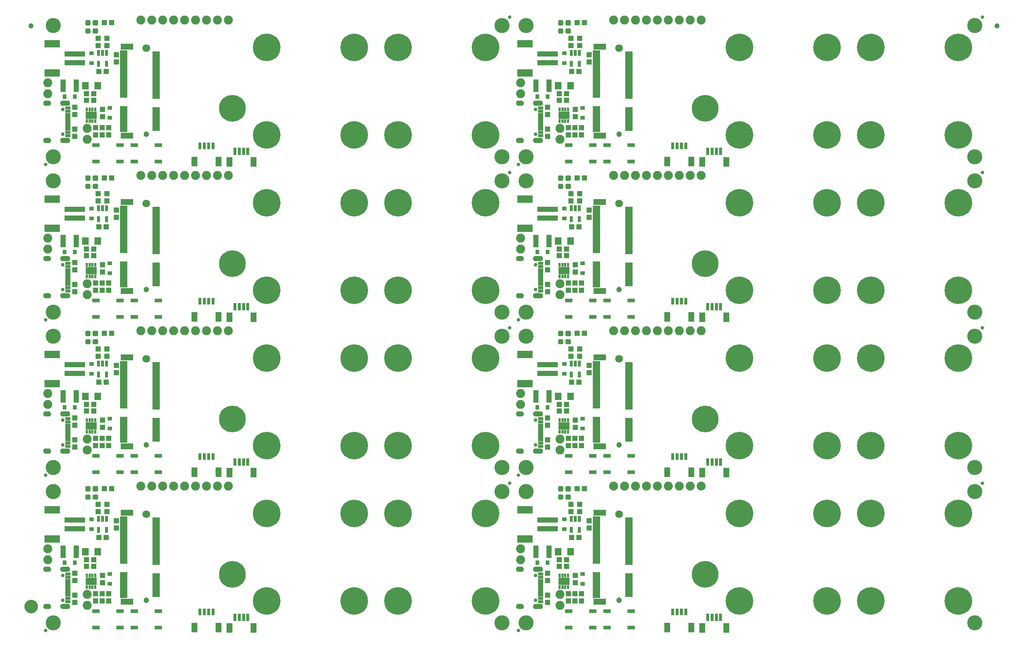
<source format=gts>
G04 EAGLE Gerber RS-274X export*
G75*
%MOMM*%
%FSLAX34Y34*%
%LPD*%
%INSoldermask Top*%
%IPPOS*%
%AMOC8*
5,1,8,0,0,1.08239X$1,22.5*%
G01*
%ADD10R,1.203200X0.503200*%
%ADD11R,1.203200X0.803200*%
%ADD12C,0.853200*%
%ADD13R,1.203200X1.303200*%
%ADD14C,0.838200*%
%ADD15C,3.505200*%
%ADD16R,1.727200X0.965200*%
%ADD17C,6.203200*%
%ADD18R,1.303200X1.203200*%
%ADD19C,0.505344*%
%ADD20C,1.303200*%
%ADD21C,1.803200*%
%ADD22R,1.753200X0.503200*%
%ADD23R,2.953200X1.403200*%
%ADD24R,1.403200X2.203200*%
%ADD25R,0.803200X1.553200*%
%ADD26R,4.803200X1.203200*%
%ADD27R,3.603200X1.803200*%
%ADD28R,0.503200X0.853200*%
%ADD29R,2.553200X1.803200*%
%ADD30R,1.603200X1.803200*%
%ADD31C,2.082800*%
%ADD32R,1.033200X0.833200*%
%ADD33R,1.203200X3.003200*%
%ADD34R,0.753200X1.403200*%
%ADD35R,0.833200X1.033200*%
%ADD36R,0.803200X1.753200*%
%ADD37C,6.400800*%
%ADD38C,1.203200*%
%ADD39C,1.270000*%
%ADD40C,1.703200*%

G36*
X59034Y1225874D02*
X59034Y1225874D01*
X59037Y1225871D01*
X60159Y1226026D01*
X60164Y1226031D01*
X60168Y1226028D01*
X61239Y1226399D01*
X61243Y1226405D01*
X61248Y1226403D01*
X62225Y1226976D01*
X62228Y1226982D01*
X62233Y1226981D01*
X63080Y1227734D01*
X63082Y1227741D01*
X63087Y1227741D01*
X63771Y1228644D01*
X63771Y1228651D01*
X63776Y1228652D01*
X64271Y1229671D01*
X64269Y1229678D01*
X64274Y1229680D01*
X64561Y1230777D01*
X64559Y1230781D01*
X64561Y1230782D01*
X64559Y1230784D01*
X64562Y1230786D01*
X64629Y1231917D01*
X64627Y1231921D01*
X64629Y1231923D01*
X64562Y1233054D01*
X64557Y1233059D01*
X64561Y1233063D01*
X64274Y1234160D01*
X64268Y1234164D01*
X64271Y1234169D01*
X63776Y1235188D01*
X63770Y1235191D01*
X63771Y1235196D01*
X63087Y1236099D01*
X63080Y1236101D01*
X63080Y1236106D01*
X62233Y1236859D01*
X62226Y1236859D01*
X62225Y1236864D01*
X61248Y1237437D01*
X61241Y1237436D01*
X61239Y1237441D01*
X60168Y1237812D01*
X60162Y1237809D01*
X60159Y1237814D01*
X59037Y1237969D01*
X59032Y1237966D01*
X59030Y1237969D01*
X47030Y1237969D01*
X47025Y1237966D01*
X47022Y1237969D01*
X45755Y1237764D01*
X45749Y1237758D01*
X45745Y1237761D01*
X44555Y1237279D01*
X44551Y1237272D01*
X44545Y1237274D01*
X43492Y1236540D01*
X43490Y1236532D01*
X43484Y1236533D01*
X42621Y1235583D01*
X42620Y1235574D01*
X42615Y1235574D01*
X41985Y1234455D01*
X41986Y1234447D01*
X41980Y1234445D01*
X41615Y1233215D01*
X41618Y1233207D01*
X41613Y1233204D01*
X41531Y1231923D01*
X41534Y1231919D01*
X41531Y1231917D01*
X41613Y1230636D01*
X41619Y1230630D01*
X41615Y1230625D01*
X41980Y1229395D01*
X41987Y1229390D01*
X41985Y1229385D01*
X42615Y1228266D01*
X42622Y1228263D01*
X42621Y1228257D01*
X43484Y1227307D01*
X43492Y1227306D01*
X43492Y1227300D01*
X44545Y1226566D01*
X44553Y1226566D01*
X44555Y1226561D01*
X45745Y1226079D01*
X45752Y1226081D01*
X45755Y1226076D01*
X47022Y1225871D01*
X47027Y1225874D01*
X47030Y1225871D01*
X59030Y1225871D01*
X59034Y1225874D01*
G37*
G36*
X1156314Y1225874D02*
X1156314Y1225874D01*
X1156317Y1225871D01*
X1157439Y1226026D01*
X1157444Y1226031D01*
X1157448Y1226028D01*
X1158519Y1226399D01*
X1158523Y1226405D01*
X1158528Y1226403D01*
X1159505Y1226976D01*
X1159508Y1226982D01*
X1159513Y1226981D01*
X1160360Y1227734D01*
X1160362Y1227741D01*
X1160367Y1227741D01*
X1161051Y1228644D01*
X1161051Y1228651D01*
X1161056Y1228652D01*
X1161551Y1229671D01*
X1161549Y1229678D01*
X1161554Y1229680D01*
X1161841Y1230777D01*
X1161839Y1230781D01*
X1161841Y1230782D01*
X1161839Y1230784D01*
X1161842Y1230786D01*
X1161909Y1231917D01*
X1161907Y1231921D01*
X1161909Y1231923D01*
X1161842Y1233054D01*
X1161837Y1233059D01*
X1161841Y1233063D01*
X1161554Y1234160D01*
X1161548Y1234164D01*
X1161551Y1234169D01*
X1161056Y1235188D01*
X1161050Y1235191D01*
X1161051Y1235196D01*
X1160367Y1236099D01*
X1160360Y1236101D01*
X1160360Y1236106D01*
X1159513Y1236859D01*
X1159506Y1236859D01*
X1159505Y1236864D01*
X1158528Y1237437D01*
X1158521Y1237436D01*
X1158519Y1237441D01*
X1157448Y1237812D01*
X1157442Y1237809D01*
X1157439Y1237814D01*
X1156317Y1237969D01*
X1156312Y1237966D01*
X1156310Y1237969D01*
X1144310Y1237969D01*
X1144305Y1237966D01*
X1144302Y1237969D01*
X1143035Y1237764D01*
X1143029Y1237758D01*
X1143025Y1237761D01*
X1141835Y1237279D01*
X1141831Y1237272D01*
X1141825Y1237274D01*
X1140772Y1236540D01*
X1140770Y1236532D01*
X1140764Y1236533D01*
X1139901Y1235583D01*
X1139900Y1235574D01*
X1139895Y1235574D01*
X1139265Y1234455D01*
X1139266Y1234447D01*
X1139260Y1234445D01*
X1138895Y1233215D01*
X1138898Y1233207D01*
X1138893Y1233204D01*
X1138811Y1231923D01*
X1138814Y1231919D01*
X1138811Y1231917D01*
X1138893Y1230636D01*
X1138899Y1230630D01*
X1138895Y1230625D01*
X1139260Y1229395D01*
X1139267Y1229390D01*
X1139265Y1229385D01*
X1139895Y1228266D01*
X1139902Y1228263D01*
X1139901Y1228257D01*
X1140764Y1227307D01*
X1140772Y1227306D01*
X1140772Y1227300D01*
X1141825Y1226566D01*
X1141833Y1226566D01*
X1141835Y1226561D01*
X1143025Y1226079D01*
X1143032Y1226081D01*
X1143035Y1226076D01*
X1144302Y1225871D01*
X1144307Y1225874D01*
X1144310Y1225871D01*
X1156310Y1225871D01*
X1156314Y1225874D01*
G37*
G36*
X1156314Y1139474D02*
X1156314Y1139474D01*
X1156317Y1139471D01*
X1157439Y1139626D01*
X1157444Y1139631D01*
X1157448Y1139628D01*
X1158519Y1139999D01*
X1158523Y1140005D01*
X1158528Y1140003D01*
X1159505Y1140576D01*
X1159508Y1140582D01*
X1159513Y1140581D01*
X1160360Y1141334D01*
X1160362Y1141341D01*
X1160367Y1141341D01*
X1161051Y1142244D01*
X1161051Y1142251D01*
X1161056Y1142252D01*
X1161551Y1143271D01*
X1161549Y1143278D01*
X1161554Y1143280D01*
X1161841Y1144377D01*
X1161839Y1144381D01*
X1161841Y1144382D01*
X1161839Y1144384D01*
X1161842Y1144386D01*
X1161909Y1145517D01*
X1161907Y1145521D01*
X1161909Y1145523D01*
X1161842Y1146654D01*
X1161837Y1146659D01*
X1161841Y1146663D01*
X1161554Y1147760D01*
X1161548Y1147764D01*
X1161551Y1147769D01*
X1161056Y1148788D01*
X1161050Y1148791D01*
X1161051Y1148796D01*
X1160367Y1149699D01*
X1160360Y1149701D01*
X1160360Y1149706D01*
X1159513Y1150459D01*
X1159506Y1150459D01*
X1159505Y1150464D01*
X1158528Y1151037D01*
X1158521Y1151036D01*
X1158519Y1151041D01*
X1157448Y1151412D01*
X1157442Y1151409D01*
X1157439Y1151414D01*
X1156317Y1151569D01*
X1156312Y1151566D01*
X1156310Y1151569D01*
X1144310Y1151569D01*
X1144305Y1151566D01*
X1144302Y1151569D01*
X1143035Y1151364D01*
X1143029Y1151358D01*
X1143025Y1151361D01*
X1141835Y1150879D01*
X1141831Y1150872D01*
X1141825Y1150874D01*
X1140772Y1150140D01*
X1140770Y1150132D01*
X1140764Y1150133D01*
X1139901Y1149183D01*
X1139900Y1149174D01*
X1139895Y1149174D01*
X1139265Y1148055D01*
X1139266Y1148047D01*
X1139260Y1148045D01*
X1138895Y1146815D01*
X1138898Y1146807D01*
X1138893Y1146804D01*
X1138811Y1145523D01*
X1138814Y1145519D01*
X1138811Y1145517D01*
X1138893Y1144236D01*
X1138899Y1144230D01*
X1138895Y1144225D01*
X1139260Y1142995D01*
X1139267Y1142990D01*
X1139265Y1142985D01*
X1139895Y1141866D01*
X1139902Y1141863D01*
X1139901Y1141857D01*
X1140764Y1140907D01*
X1140772Y1140906D01*
X1140772Y1140900D01*
X1141825Y1140166D01*
X1141833Y1140166D01*
X1141835Y1140161D01*
X1143025Y1139679D01*
X1143032Y1139681D01*
X1143035Y1139676D01*
X1144302Y1139471D01*
X1144307Y1139474D01*
X1144310Y1139471D01*
X1156310Y1139471D01*
X1156314Y1139474D01*
G37*
G36*
X59034Y1139474D02*
X59034Y1139474D01*
X59037Y1139471D01*
X60159Y1139626D01*
X60164Y1139631D01*
X60168Y1139628D01*
X61239Y1139999D01*
X61243Y1140005D01*
X61248Y1140003D01*
X62225Y1140576D01*
X62228Y1140582D01*
X62233Y1140581D01*
X63080Y1141334D01*
X63082Y1141341D01*
X63087Y1141341D01*
X63771Y1142244D01*
X63771Y1142251D01*
X63776Y1142252D01*
X64271Y1143271D01*
X64269Y1143278D01*
X64274Y1143280D01*
X64561Y1144377D01*
X64559Y1144381D01*
X64561Y1144382D01*
X64559Y1144384D01*
X64562Y1144386D01*
X64629Y1145517D01*
X64627Y1145521D01*
X64629Y1145523D01*
X64562Y1146654D01*
X64557Y1146659D01*
X64561Y1146663D01*
X64274Y1147760D01*
X64268Y1147764D01*
X64271Y1147769D01*
X63776Y1148788D01*
X63770Y1148791D01*
X63771Y1148796D01*
X63087Y1149699D01*
X63080Y1149701D01*
X63080Y1149706D01*
X62233Y1150459D01*
X62226Y1150459D01*
X62225Y1150464D01*
X61248Y1151037D01*
X61241Y1151036D01*
X61239Y1151041D01*
X60168Y1151412D01*
X60162Y1151409D01*
X60159Y1151414D01*
X59037Y1151569D01*
X59032Y1151566D01*
X59030Y1151569D01*
X47030Y1151569D01*
X47025Y1151566D01*
X47022Y1151569D01*
X45755Y1151364D01*
X45749Y1151358D01*
X45745Y1151361D01*
X44555Y1150879D01*
X44551Y1150872D01*
X44545Y1150874D01*
X43492Y1150140D01*
X43490Y1150132D01*
X43484Y1150133D01*
X42621Y1149183D01*
X42620Y1149174D01*
X42615Y1149174D01*
X41985Y1148055D01*
X41986Y1148047D01*
X41980Y1148045D01*
X41615Y1146815D01*
X41618Y1146807D01*
X41613Y1146804D01*
X41531Y1145523D01*
X41534Y1145519D01*
X41531Y1145517D01*
X41613Y1144236D01*
X41619Y1144230D01*
X41615Y1144225D01*
X41980Y1142995D01*
X41987Y1142990D01*
X41985Y1142985D01*
X42615Y1141866D01*
X42622Y1141863D01*
X42621Y1141857D01*
X43484Y1140907D01*
X43492Y1140906D01*
X43492Y1140900D01*
X44545Y1140166D01*
X44553Y1140166D01*
X44555Y1140161D01*
X45745Y1139679D01*
X45752Y1139681D01*
X45755Y1139676D01*
X47022Y1139471D01*
X47027Y1139474D01*
X47030Y1139471D01*
X59030Y1139471D01*
X59034Y1139474D01*
G37*
G36*
X1156314Y865194D02*
X1156314Y865194D01*
X1156317Y865191D01*
X1157439Y865346D01*
X1157444Y865351D01*
X1157448Y865348D01*
X1158519Y865719D01*
X1158523Y865725D01*
X1158528Y865723D01*
X1159505Y866296D01*
X1159508Y866302D01*
X1159513Y866301D01*
X1160360Y867054D01*
X1160362Y867061D01*
X1160367Y867061D01*
X1161051Y867964D01*
X1161051Y867971D01*
X1161056Y867972D01*
X1161551Y868991D01*
X1161549Y868998D01*
X1161554Y869000D01*
X1161841Y870097D01*
X1161839Y870101D01*
X1161841Y870102D01*
X1161839Y870104D01*
X1161842Y870106D01*
X1161909Y871237D01*
X1161907Y871241D01*
X1161909Y871243D01*
X1161842Y872374D01*
X1161837Y872379D01*
X1161841Y872383D01*
X1161554Y873480D01*
X1161548Y873484D01*
X1161551Y873489D01*
X1161056Y874508D01*
X1161050Y874511D01*
X1161051Y874516D01*
X1160367Y875419D01*
X1160360Y875421D01*
X1160360Y875426D01*
X1159513Y876179D01*
X1159506Y876179D01*
X1159505Y876184D01*
X1158528Y876757D01*
X1158521Y876756D01*
X1158519Y876761D01*
X1157448Y877132D01*
X1157442Y877129D01*
X1157439Y877134D01*
X1156317Y877289D01*
X1156312Y877286D01*
X1156310Y877289D01*
X1144310Y877289D01*
X1144305Y877286D01*
X1144302Y877289D01*
X1143035Y877084D01*
X1143029Y877078D01*
X1143025Y877081D01*
X1141835Y876599D01*
X1141831Y876592D01*
X1141825Y876594D01*
X1140772Y875860D01*
X1140770Y875852D01*
X1140764Y875853D01*
X1139901Y874903D01*
X1139900Y874894D01*
X1139895Y874894D01*
X1139265Y873775D01*
X1139266Y873767D01*
X1139260Y873765D01*
X1138895Y872535D01*
X1138898Y872527D01*
X1138893Y872524D01*
X1138811Y871243D01*
X1138814Y871239D01*
X1138811Y871237D01*
X1138893Y869956D01*
X1138899Y869950D01*
X1138895Y869945D01*
X1139260Y868715D01*
X1139267Y868710D01*
X1139265Y868705D01*
X1139895Y867586D01*
X1139902Y867583D01*
X1139901Y867577D01*
X1140764Y866627D01*
X1140772Y866626D01*
X1140772Y866620D01*
X1141825Y865886D01*
X1141833Y865886D01*
X1141835Y865881D01*
X1143025Y865399D01*
X1143032Y865401D01*
X1143035Y865396D01*
X1144302Y865191D01*
X1144307Y865194D01*
X1144310Y865191D01*
X1156310Y865191D01*
X1156314Y865194D01*
G37*
G36*
X59034Y865194D02*
X59034Y865194D01*
X59037Y865191D01*
X60159Y865346D01*
X60164Y865351D01*
X60168Y865348D01*
X61239Y865719D01*
X61243Y865725D01*
X61248Y865723D01*
X62225Y866296D01*
X62228Y866302D01*
X62233Y866301D01*
X63080Y867054D01*
X63082Y867061D01*
X63087Y867061D01*
X63771Y867964D01*
X63771Y867971D01*
X63776Y867972D01*
X64271Y868991D01*
X64269Y868998D01*
X64274Y869000D01*
X64561Y870097D01*
X64559Y870101D01*
X64561Y870102D01*
X64559Y870104D01*
X64562Y870106D01*
X64629Y871237D01*
X64627Y871241D01*
X64629Y871243D01*
X64562Y872374D01*
X64557Y872379D01*
X64561Y872383D01*
X64274Y873480D01*
X64268Y873484D01*
X64271Y873489D01*
X63776Y874508D01*
X63770Y874511D01*
X63771Y874516D01*
X63087Y875419D01*
X63080Y875421D01*
X63080Y875426D01*
X62233Y876179D01*
X62226Y876179D01*
X62225Y876184D01*
X61248Y876757D01*
X61241Y876756D01*
X61239Y876761D01*
X60168Y877132D01*
X60162Y877129D01*
X60159Y877134D01*
X59037Y877289D01*
X59032Y877286D01*
X59030Y877289D01*
X47030Y877289D01*
X47025Y877286D01*
X47022Y877289D01*
X45755Y877084D01*
X45749Y877078D01*
X45745Y877081D01*
X44555Y876599D01*
X44551Y876592D01*
X44545Y876594D01*
X43492Y875860D01*
X43490Y875852D01*
X43484Y875853D01*
X42621Y874903D01*
X42620Y874894D01*
X42615Y874894D01*
X41985Y873775D01*
X41986Y873767D01*
X41980Y873765D01*
X41615Y872535D01*
X41618Y872527D01*
X41613Y872524D01*
X41531Y871243D01*
X41534Y871239D01*
X41531Y871237D01*
X41613Y869956D01*
X41619Y869950D01*
X41615Y869945D01*
X41980Y868715D01*
X41987Y868710D01*
X41985Y868705D01*
X42615Y867586D01*
X42622Y867583D01*
X42621Y867577D01*
X43484Y866627D01*
X43492Y866626D01*
X43492Y866620D01*
X44545Y865886D01*
X44553Y865886D01*
X44555Y865881D01*
X45745Y865399D01*
X45752Y865401D01*
X45755Y865396D01*
X47022Y865191D01*
X47027Y865194D01*
X47030Y865191D01*
X59030Y865191D01*
X59034Y865194D01*
G37*
G36*
X59034Y778794D02*
X59034Y778794D01*
X59037Y778791D01*
X60159Y778946D01*
X60164Y778951D01*
X60168Y778948D01*
X61239Y779319D01*
X61243Y779325D01*
X61248Y779323D01*
X62225Y779896D01*
X62228Y779902D01*
X62233Y779901D01*
X63080Y780654D01*
X63082Y780661D01*
X63087Y780661D01*
X63771Y781564D01*
X63771Y781571D01*
X63776Y781572D01*
X64271Y782591D01*
X64269Y782598D01*
X64274Y782600D01*
X64561Y783697D01*
X64559Y783701D01*
X64561Y783702D01*
X64559Y783704D01*
X64562Y783706D01*
X64629Y784837D01*
X64627Y784841D01*
X64629Y784843D01*
X64562Y785974D01*
X64557Y785979D01*
X64561Y785983D01*
X64274Y787080D01*
X64268Y787084D01*
X64271Y787089D01*
X63776Y788108D01*
X63770Y788111D01*
X63771Y788116D01*
X63087Y789019D01*
X63080Y789021D01*
X63080Y789026D01*
X62233Y789779D01*
X62226Y789779D01*
X62225Y789784D01*
X61248Y790357D01*
X61241Y790356D01*
X61239Y790361D01*
X60168Y790732D01*
X60162Y790729D01*
X60159Y790734D01*
X59037Y790889D01*
X59032Y790886D01*
X59030Y790889D01*
X47030Y790889D01*
X47025Y790886D01*
X47022Y790889D01*
X45755Y790684D01*
X45749Y790678D01*
X45745Y790681D01*
X44555Y790199D01*
X44551Y790192D01*
X44545Y790194D01*
X43492Y789460D01*
X43490Y789452D01*
X43484Y789453D01*
X42621Y788503D01*
X42620Y788494D01*
X42615Y788494D01*
X41985Y787375D01*
X41986Y787367D01*
X41980Y787365D01*
X41615Y786135D01*
X41618Y786127D01*
X41613Y786124D01*
X41531Y784843D01*
X41534Y784839D01*
X41531Y784837D01*
X41613Y783556D01*
X41619Y783550D01*
X41615Y783545D01*
X41980Y782315D01*
X41987Y782310D01*
X41985Y782305D01*
X42615Y781186D01*
X42622Y781183D01*
X42621Y781177D01*
X43484Y780227D01*
X43492Y780226D01*
X43492Y780220D01*
X44545Y779486D01*
X44553Y779486D01*
X44555Y779481D01*
X45745Y778999D01*
X45752Y779001D01*
X45755Y778996D01*
X47022Y778791D01*
X47027Y778794D01*
X47030Y778791D01*
X59030Y778791D01*
X59034Y778794D01*
G37*
G36*
X1156314Y778794D02*
X1156314Y778794D01*
X1156317Y778791D01*
X1157439Y778946D01*
X1157444Y778951D01*
X1157448Y778948D01*
X1158519Y779319D01*
X1158523Y779325D01*
X1158528Y779323D01*
X1159505Y779896D01*
X1159508Y779902D01*
X1159513Y779901D01*
X1160360Y780654D01*
X1160362Y780661D01*
X1160367Y780661D01*
X1161051Y781564D01*
X1161051Y781571D01*
X1161056Y781572D01*
X1161551Y782591D01*
X1161549Y782598D01*
X1161554Y782600D01*
X1161841Y783697D01*
X1161839Y783701D01*
X1161841Y783702D01*
X1161839Y783704D01*
X1161842Y783706D01*
X1161909Y784837D01*
X1161907Y784841D01*
X1161909Y784843D01*
X1161842Y785974D01*
X1161837Y785979D01*
X1161841Y785983D01*
X1161554Y787080D01*
X1161548Y787084D01*
X1161551Y787089D01*
X1161056Y788108D01*
X1161050Y788111D01*
X1161051Y788116D01*
X1160367Y789019D01*
X1160360Y789021D01*
X1160360Y789026D01*
X1159513Y789779D01*
X1159506Y789779D01*
X1159505Y789784D01*
X1158528Y790357D01*
X1158521Y790356D01*
X1158519Y790361D01*
X1157448Y790732D01*
X1157442Y790729D01*
X1157439Y790734D01*
X1156317Y790889D01*
X1156312Y790886D01*
X1156310Y790889D01*
X1144310Y790889D01*
X1144305Y790886D01*
X1144302Y790889D01*
X1143035Y790684D01*
X1143029Y790678D01*
X1143025Y790681D01*
X1141835Y790199D01*
X1141831Y790192D01*
X1141825Y790194D01*
X1140772Y789460D01*
X1140770Y789452D01*
X1140764Y789453D01*
X1139901Y788503D01*
X1139900Y788494D01*
X1139895Y788494D01*
X1139265Y787375D01*
X1139266Y787367D01*
X1139260Y787365D01*
X1138895Y786135D01*
X1138898Y786127D01*
X1138893Y786124D01*
X1138811Y784843D01*
X1138814Y784839D01*
X1138811Y784837D01*
X1138893Y783556D01*
X1138899Y783550D01*
X1138895Y783545D01*
X1139260Y782315D01*
X1139267Y782310D01*
X1139265Y782305D01*
X1139895Y781186D01*
X1139902Y781183D01*
X1139901Y781177D01*
X1140764Y780227D01*
X1140772Y780226D01*
X1140772Y780220D01*
X1141825Y779486D01*
X1141833Y779486D01*
X1141835Y779481D01*
X1143025Y778999D01*
X1143032Y779001D01*
X1143035Y778996D01*
X1144302Y778791D01*
X1144307Y778794D01*
X1144310Y778791D01*
X1156310Y778791D01*
X1156314Y778794D01*
G37*
G36*
X1156314Y504514D02*
X1156314Y504514D01*
X1156317Y504511D01*
X1157439Y504666D01*
X1157444Y504671D01*
X1157448Y504668D01*
X1158519Y505039D01*
X1158523Y505045D01*
X1158528Y505043D01*
X1159505Y505616D01*
X1159508Y505622D01*
X1159513Y505621D01*
X1160360Y506374D01*
X1160362Y506381D01*
X1160367Y506381D01*
X1161051Y507284D01*
X1161051Y507291D01*
X1161056Y507292D01*
X1161551Y508311D01*
X1161549Y508318D01*
X1161554Y508320D01*
X1161841Y509417D01*
X1161839Y509421D01*
X1161841Y509422D01*
X1161839Y509424D01*
X1161842Y509426D01*
X1161909Y510557D01*
X1161907Y510561D01*
X1161909Y510563D01*
X1161842Y511694D01*
X1161837Y511699D01*
X1161841Y511703D01*
X1161554Y512800D01*
X1161548Y512804D01*
X1161551Y512809D01*
X1161056Y513828D01*
X1161050Y513831D01*
X1161051Y513836D01*
X1160367Y514739D01*
X1160360Y514741D01*
X1160360Y514746D01*
X1159513Y515499D01*
X1159506Y515499D01*
X1159505Y515504D01*
X1158528Y516077D01*
X1158521Y516076D01*
X1158519Y516081D01*
X1157448Y516452D01*
X1157442Y516449D01*
X1157439Y516454D01*
X1156317Y516609D01*
X1156312Y516606D01*
X1156310Y516609D01*
X1144310Y516609D01*
X1144305Y516606D01*
X1144302Y516609D01*
X1143035Y516404D01*
X1143029Y516398D01*
X1143025Y516401D01*
X1141835Y515919D01*
X1141831Y515912D01*
X1141825Y515914D01*
X1140772Y515180D01*
X1140770Y515172D01*
X1140764Y515173D01*
X1139901Y514223D01*
X1139900Y514214D01*
X1139895Y514214D01*
X1139265Y513095D01*
X1139266Y513087D01*
X1139260Y513085D01*
X1138895Y511855D01*
X1138898Y511847D01*
X1138893Y511844D01*
X1138811Y510563D01*
X1138814Y510559D01*
X1138811Y510557D01*
X1138893Y509276D01*
X1138899Y509270D01*
X1138895Y509265D01*
X1139260Y508035D01*
X1139267Y508030D01*
X1139265Y508025D01*
X1139895Y506906D01*
X1139902Y506903D01*
X1139901Y506897D01*
X1140764Y505947D01*
X1140772Y505946D01*
X1140772Y505940D01*
X1141825Y505206D01*
X1141833Y505206D01*
X1141835Y505201D01*
X1143025Y504719D01*
X1143032Y504721D01*
X1143035Y504716D01*
X1144302Y504511D01*
X1144307Y504514D01*
X1144310Y504511D01*
X1156310Y504511D01*
X1156314Y504514D01*
G37*
G36*
X59034Y504514D02*
X59034Y504514D01*
X59037Y504511D01*
X60159Y504666D01*
X60164Y504671D01*
X60168Y504668D01*
X61239Y505039D01*
X61243Y505045D01*
X61248Y505043D01*
X62225Y505616D01*
X62228Y505622D01*
X62233Y505621D01*
X63080Y506374D01*
X63082Y506381D01*
X63087Y506381D01*
X63771Y507284D01*
X63771Y507291D01*
X63776Y507292D01*
X64271Y508311D01*
X64269Y508318D01*
X64274Y508320D01*
X64561Y509417D01*
X64559Y509421D01*
X64561Y509422D01*
X64559Y509424D01*
X64562Y509426D01*
X64629Y510557D01*
X64627Y510561D01*
X64629Y510563D01*
X64562Y511694D01*
X64557Y511699D01*
X64561Y511703D01*
X64274Y512800D01*
X64268Y512804D01*
X64271Y512809D01*
X63776Y513828D01*
X63770Y513831D01*
X63771Y513836D01*
X63087Y514739D01*
X63080Y514741D01*
X63080Y514746D01*
X62233Y515499D01*
X62226Y515499D01*
X62225Y515504D01*
X61248Y516077D01*
X61241Y516076D01*
X61239Y516081D01*
X60168Y516452D01*
X60162Y516449D01*
X60159Y516454D01*
X59037Y516609D01*
X59032Y516606D01*
X59030Y516609D01*
X47030Y516609D01*
X47025Y516606D01*
X47022Y516609D01*
X45755Y516404D01*
X45749Y516398D01*
X45745Y516401D01*
X44555Y515919D01*
X44551Y515912D01*
X44545Y515914D01*
X43492Y515180D01*
X43490Y515172D01*
X43484Y515173D01*
X42621Y514223D01*
X42620Y514214D01*
X42615Y514214D01*
X41985Y513095D01*
X41986Y513087D01*
X41980Y513085D01*
X41615Y511855D01*
X41618Y511847D01*
X41613Y511844D01*
X41531Y510563D01*
X41534Y510559D01*
X41531Y510557D01*
X41613Y509276D01*
X41619Y509270D01*
X41615Y509265D01*
X41980Y508035D01*
X41987Y508030D01*
X41985Y508025D01*
X42615Y506906D01*
X42622Y506903D01*
X42621Y506897D01*
X43484Y505947D01*
X43492Y505946D01*
X43492Y505940D01*
X44545Y505206D01*
X44553Y505206D01*
X44555Y505201D01*
X45745Y504719D01*
X45752Y504721D01*
X45755Y504716D01*
X47022Y504511D01*
X47027Y504514D01*
X47030Y504511D01*
X59030Y504511D01*
X59034Y504514D01*
G37*
G36*
X59034Y418114D02*
X59034Y418114D01*
X59037Y418111D01*
X60159Y418266D01*
X60164Y418271D01*
X60168Y418268D01*
X61239Y418639D01*
X61243Y418645D01*
X61248Y418643D01*
X62225Y419216D01*
X62228Y419222D01*
X62233Y419221D01*
X63080Y419974D01*
X63082Y419981D01*
X63087Y419981D01*
X63771Y420884D01*
X63771Y420891D01*
X63776Y420892D01*
X64271Y421911D01*
X64269Y421918D01*
X64274Y421920D01*
X64561Y423017D01*
X64559Y423021D01*
X64561Y423022D01*
X64559Y423024D01*
X64562Y423026D01*
X64629Y424157D01*
X64627Y424161D01*
X64629Y424163D01*
X64562Y425294D01*
X64557Y425299D01*
X64561Y425303D01*
X64274Y426400D01*
X64268Y426404D01*
X64271Y426409D01*
X63776Y427428D01*
X63770Y427431D01*
X63771Y427436D01*
X63087Y428339D01*
X63080Y428341D01*
X63080Y428346D01*
X62233Y429099D01*
X62226Y429099D01*
X62225Y429104D01*
X61248Y429677D01*
X61241Y429676D01*
X61239Y429681D01*
X60168Y430052D01*
X60162Y430049D01*
X60159Y430054D01*
X59037Y430209D01*
X59032Y430206D01*
X59030Y430209D01*
X47030Y430209D01*
X47025Y430206D01*
X47022Y430209D01*
X45755Y430004D01*
X45749Y429998D01*
X45745Y430001D01*
X44555Y429519D01*
X44551Y429512D01*
X44545Y429514D01*
X43492Y428780D01*
X43490Y428772D01*
X43484Y428773D01*
X42621Y427823D01*
X42620Y427814D01*
X42615Y427814D01*
X41985Y426695D01*
X41986Y426687D01*
X41980Y426685D01*
X41615Y425455D01*
X41618Y425447D01*
X41613Y425444D01*
X41531Y424163D01*
X41534Y424159D01*
X41531Y424157D01*
X41613Y422876D01*
X41619Y422870D01*
X41615Y422865D01*
X41980Y421635D01*
X41987Y421630D01*
X41985Y421625D01*
X42615Y420506D01*
X42622Y420503D01*
X42621Y420497D01*
X43484Y419547D01*
X43492Y419546D01*
X43492Y419540D01*
X44545Y418806D01*
X44553Y418806D01*
X44555Y418801D01*
X45745Y418319D01*
X45752Y418321D01*
X45755Y418316D01*
X47022Y418111D01*
X47027Y418114D01*
X47030Y418111D01*
X59030Y418111D01*
X59034Y418114D01*
G37*
G36*
X1156314Y418114D02*
X1156314Y418114D01*
X1156317Y418111D01*
X1157439Y418266D01*
X1157444Y418271D01*
X1157448Y418268D01*
X1158519Y418639D01*
X1158523Y418645D01*
X1158528Y418643D01*
X1159505Y419216D01*
X1159508Y419222D01*
X1159513Y419221D01*
X1160360Y419974D01*
X1160362Y419981D01*
X1160367Y419981D01*
X1161051Y420884D01*
X1161051Y420891D01*
X1161056Y420892D01*
X1161551Y421911D01*
X1161549Y421918D01*
X1161554Y421920D01*
X1161841Y423017D01*
X1161839Y423021D01*
X1161841Y423022D01*
X1161839Y423024D01*
X1161842Y423026D01*
X1161909Y424157D01*
X1161907Y424161D01*
X1161909Y424163D01*
X1161842Y425294D01*
X1161837Y425299D01*
X1161841Y425303D01*
X1161554Y426400D01*
X1161548Y426404D01*
X1161551Y426409D01*
X1161056Y427428D01*
X1161050Y427431D01*
X1161051Y427436D01*
X1160367Y428339D01*
X1160360Y428341D01*
X1160360Y428346D01*
X1159513Y429099D01*
X1159506Y429099D01*
X1159505Y429104D01*
X1158528Y429677D01*
X1158521Y429676D01*
X1158519Y429681D01*
X1157448Y430052D01*
X1157442Y430049D01*
X1157439Y430054D01*
X1156317Y430209D01*
X1156312Y430206D01*
X1156310Y430209D01*
X1144310Y430209D01*
X1144305Y430206D01*
X1144302Y430209D01*
X1143035Y430004D01*
X1143029Y429998D01*
X1143025Y430001D01*
X1141835Y429519D01*
X1141831Y429512D01*
X1141825Y429514D01*
X1140772Y428780D01*
X1140770Y428772D01*
X1140764Y428773D01*
X1139901Y427823D01*
X1139900Y427814D01*
X1139895Y427814D01*
X1139265Y426695D01*
X1139266Y426687D01*
X1139260Y426685D01*
X1138895Y425455D01*
X1138898Y425447D01*
X1138893Y425444D01*
X1138811Y424163D01*
X1138814Y424159D01*
X1138811Y424157D01*
X1138893Y422876D01*
X1138899Y422870D01*
X1138895Y422865D01*
X1139260Y421635D01*
X1139267Y421630D01*
X1139265Y421625D01*
X1139895Y420506D01*
X1139902Y420503D01*
X1139901Y420497D01*
X1140764Y419547D01*
X1140772Y419546D01*
X1140772Y419540D01*
X1141825Y418806D01*
X1141833Y418806D01*
X1141835Y418801D01*
X1143025Y418319D01*
X1143032Y418321D01*
X1143035Y418316D01*
X1144302Y418111D01*
X1144307Y418114D01*
X1144310Y418111D01*
X1156310Y418111D01*
X1156314Y418114D01*
G37*
G36*
X1156314Y143834D02*
X1156314Y143834D01*
X1156317Y143831D01*
X1157439Y143986D01*
X1157444Y143991D01*
X1157448Y143988D01*
X1158519Y144359D01*
X1158523Y144365D01*
X1158528Y144363D01*
X1159505Y144936D01*
X1159508Y144942D01*
X1159513Y144941D01*
X1160360Y145694D01*
X1160362Y145701D01*
X1160367Y145701D01*
X1161051Y146604D01*
X1161051Y146611D01*
X1161056Y146612D01*
X1161551Y147631D01*
X1161549Y147638D01*
X1161554Y147640D01*
X1161841Y148737D01*
X1161839Y148741D01*
X1161841Y148742D01*
X1161839Y148744D01*
X1161842Y148746D01*
X1161909Y149877D01*
X1161907Y149881D01*
X1161909Y149883D01*
X1161842Y151014D01*
X1161837Y151019D01*
X1161841Y151023D01*
X1161554Y152120D01*
X1161548Y152124D01*
X1161551Y152129D01*
X1161056Y153148D01*
X1161050Y153151D01*
X1161051Y153156D01*
X1160367Y154059D01*
X1160360Y154061D01*
X1160360Y154066D01*
X1159513Y154819D01*
X1159506Y154819D01*
X1159505Y154824D01*
X1158528Y155397D01*
X1158521Y155396D01*
X1158519Y155401D01*
X1157448Y155772D01*
X1157442Y155769D01*
X1157439Y155774D01*
X1156317Y155929D01*
X1156312Y155926D01*
X1156310Y155929D01*
X1144310Y155929D01*
X1144305Y155926D01*
X1144302Y155929D01*
X1143035Y155724D01*
X1143029Y155718D01*
X1143025Y155721D01*
X1141835Y155239D01*
X1141831Y155232D01*
X1141825Y155234D01*
X1140772Y154500D01*
X1140770Y154492D01*
X1140764Y154493D01*
X1139901Y153543D01*
X1139900Y153534D01*
X1139895Y153534D01*
X1139265Y152415D01*
X1139266Y152407D01*
X1139260Y152405D01*
X1138895Y151175D01*
X1138898Y151167D01*
X1138893Y151164D01*
X1138811Y149883D01*
X1138814Y149879D01*
X1138811Y149877D01*
X1138893Y148596D01*
X1138899Y148590D01*
X1138895Y148585D01*
X1139260Y147355D01*
X1139267Y147350D01*
X1139265Y147345D01*
X1139895Y146226D01*
X1139902Y146223D01*
X1139901Y146217D01*
X1140764Y145267D01*
X1140772Y145266D01*
X1140772Y145260D01*
X1141825Y144526D01*
X1141833Y144526D01*
X1141835Y144521D01*
X1143025Y144039D01*
X1143032Y144041D01*
X1143035Y144036D01*
X1144302Y143831D01*
X1144307Y143834D01*
X1144310Y143831D01*
X1156310Y143831D01*
X1156314Y143834D01*
G37*
G36*
X59034Y143834D02*
X59034Y143834D01*
X59037Y143831D01*
X60159Y143986D01*
X60164Y143991D01*
X60168Y143988D01*
X61239Y144359D01*
X61243Y144365D01*
X61248Y144363D01*
X62225Y144936D01*
X62228Y144942D01*
X62233Y144941D01*
X63080Y145694D01*
X63082Y145701D01*
X63087Y145701D01*
X63771Y146604D01*
X63771Y146611D01*
X63776Y146612D01*
X64271Y147631D01*
X64269Y147638D01*
X64274Y147640D01*
X64561Y148737D01*
X64559Y148741D01*
X64561Y148742D01*
X64559Y148744D01*
X64562Y148746D01*
X64629Y149877D01*
X64627Y149881D01*
X64629Y149883D01*
X64562Y151014D01*
X64557Y151019D01*
X64561Y151023D01*
X64274Y152120D01*
X64268Y152124D01*
X64271Y152129D01*
X63776Y153148D01*
X63770Y153151D01*
X63771Y153156D01*
X63087Y154059D01*
X63080Y154061D01*
X63080Y154066D01*
X62233Y154819D01*
X62226Y154819D01*
X62225Y154824D01*
X61248Y155397D01*
X61241Y155396D01*
X61239Y155401D01*
X60168Y155772D01*
X60162Y155769D01*
X60159Y155774D01*
X59037Y155929D01*
X59032Y155926D01*
X59030Y155929D01*
X47030Y155929D01*
X47025Y155926D01*
X47022Y155929D01*
X45755Y155724D01*
X45749Y155718D01*
X45745Y155721D01*
X44555Y155239D01*
X44551Y155232D01*
X44545Y155234D01*
X43492Y154500D01*
X43490Y154492D01*
X43484Y154493D01*
X42621Y153543D01*
X42620Y153534D01*
X42615Y153534D01*
X41985Y152415D01*
X41986Y152407D01*
X41980Y152405D01*
X41615Y151175D01*
X41618Y151167D01*
X41613Y151164D01*
X41531Y149883D01*
X41534Y149879D01*
X41531Y149877D01*
X41613Y148596D01*
X41619Y148590D01*
X41615Y148585D01*
X41980Y147355D01*
X41987Y147350D01*
X41985Y147345D01*
X42615Y146226D01*
X42622Y146223D01*
X42621Y146217D01*
X43484Y145267D01*
X43492Y145266D01*
X43492Y145260D01*
X44545Y144526D01*
X44553Y144526D01*
X44555Y144521D01*
X45745Y144039D01*
X45752Y144041D01*
X45755Y144036D01*
X47022Y143831D01*
X47027Y143834D01*
X47030Y143831D01*
X59030Y143831D01*
X59034Y143834D01*
G37*
G36*
X59034Y57434D02*
X59034Y57434D01*
X59037Y57431D01*
X60159Y57586D01*
X60164Y57591D01*
X60168Y57588D01*
X61239Y57959D01*
X61243Y57965D01*
X61248Y57963D01*
X62225Y58536D01*
X62228Y58542D01*
X62233Y58541D01*
X63080Y59294D01*
X63082Y59301D01*
X63087Y59301D01*
X63771Y60204D01*
X63771Y60211D01*
X63776Y60212D01*
X64271Y61231D01*
X64269Y61238D01*
X64274Y61240D01*
X64561Y62337D01*
X64559Y62341D01*
X64561Y62342D01*
X64559Y62344D01*
X64562Y62346D01*
X64629Y63477D01*
X64627Y63481D01*
X64629Y63483D01*
X64562Y64614D01*
X64557Y64619D01*
X64561Y64623D01*
X64274Y65720D01*
X64268Y65724D01*
X64271Y65729D01*
X63776Y66748D01*
X63770Y66751D01*
X63771Y66756D01*
X63087Y67659D01*
X63080Y67661D01*
X63080Y67666D01*
X62233Y68419D01*
X62226Y68419D01*
X62225Y68424D01*
X61248Y68997D01*
X61241Y68996D01*
X61239Y69001D01*
X60168Y69372D01*
X60162Y69369D01*
X60159Y69374D01*
X59037Y69529D01*
X59032Y69526D01*
X59030Y69529D01*
X47030Y69529D01*
X47025Y69526D01*
X47022Y69529D01*
X45755Y69324D01*
X45749Y69318D01*
X45745Y69321D01*
X44555Y68839D01*
X44551Y68832D01*
X44545Y68834D01*
X43492Y68100D01*
X43490Y68092D01*
X43484Y68093D01*
X42621Y67143D01*
X42620Y67134D01*
X42615Y67134D01*
X41985Y66015D01*
X41986Y66007D01*
X41980Y66005D01*
X41615Y64775D01*
X41618Y64767D01*
X41613Y64764D01*
X41531Y63483D01*
X41534Y63479D01*
X41531Y63477D01*
X41613Y62196D01*
X41619Y62190D01*
X41615Y62185D01*
X41980Y60955D01*
X41987Y60950D01*
X41985Y60945D01*
X42615Y59826D01*
X42622Y59823D01*
X42621Y59817D01*
X43484Y58867D01*
X43492Y58866D01*
X43492Y58860D01*
X44545Y58126D01*
X44553Y58126D01*
X44555Y58121D01*
X45745Y57639D01*
X45752Y57641D01*
X45755Y57636D01*
X47022Y57431D01*
X47027Y57434D01*
X47030Y57431D01*
X59030Y57431D01*
X59034Y57434D01*
G37*
G36*
X1156314Y57434D02*
X1156314Y57434D01*
X1156317Y57431D01*
X1157439Y57586D01*
X1157444Y57591D01*
X1157448Y57588D01*
X1158519Y57959D01*
X1158523Y57965D01*
X1158528Y57963D01*
X1159505Y58536D01*
X1159508Y58542D01*
X1159513Y58541D01*
X1160360Y59294D01*
X1160362Y59301D01*
X1160367Y59301D01*
X1161051Y60204D01*
X1161051Y60211D01*
X1161056Y60212D01*
X1161551Y61231D01*
X1161549Y61238D01*
X1161554Y61240D01*
X1161841Y62337D01*
X1161839Y62341D01*
X1161841Y62342D01*
X1161839Y62344D01*
X1161842Y62346D01*
X1161909Y63477D01*
X1161907Y63481D01*
X1161909Y63483D01*
X1161842Y64614D01*
X1161837Y64619D01*
X1161841Y64623D01*
X1161554Y65720D01*
X1161548Y65724D01*
X1161551Y65729D01*
X1161056Y66748D01*
X1161050Y66751D01*
X1161051Y66756D01*
X1160367Y67659D01*
X1160360Y67661D01*
X1160360Y67666D01*
X1159513Y68419D01*
X1159506Y68419D01*
X1159505Y68424D01*
X1158528Y68997D01*
X1158521Y68996D01*
X1158519Y69001D01*
X1157448Y69372D01*
X1157442Y69369D01*
X1157439Y69374D01*
X1156317Y69529D01*
X1156312Y69526D01*
X1156310Y69529D01*
X1144310Y69529D01*
X1144305Y69526D01*
X1144302Y69529D01*
X1143035Y69324D01*
X1143029Y69318D01*
X1143025Y69321D01*
X1141835Y68839D01*
X1141831Y68832D01*
X1141825Y68834D01*
X1140772Y68100D01*
X1140770Y68092D01*
X1140764Y68093D01*
X1139901Y67143D01*
X1139900Y67134D01*
X1139895Y67134D01*
X1139265Y66015D01*
X1139266Y66007D01*
X1139260Y66005D01*
X1138895Y64775D01*
X1138898Y64767D01*
X1138893Y64764D01*
X1138811Y63483D01*
X1138814Y63479D01*
X1138811Y63477D01*
X1138893Y62196D01*
X1138899Y62190D01*
X1138895Y62185D01*
X1139260Y60955D01*
X1139267Y60950D01*
X1139265Y60945D01*
X1139895Y59826D01*
X1139902Y59823D01*
X1139901Y59817D01*
X1140764Y58867D01*
X1140772Y58866D01*
X1140772Y58860D01*
X1141825Y58126D01*
X1141833Y58126D01*
X1141835Y58121D01*
X1143025Y57639D01*
X1143032Y57641D01*
X1143035Y57636D01*
X1144302Y57431D01*
X1144307Y57434D01*
X1144310Y57431D01*
X1156310Y57431D01*
X1156314Y57434D01*
G37*
G36*
X1111513Y1225873D02*
X1111513Y1225873D01*
X1111515Y1225871D01*
X1112691Y1225982D01*
X1112696Y1225987D01*
X1112700Y1225984D01*
X1113832Y1226322D01*
X1113836Y1226328D01*
X1113841Y1226326D01*
X1114885Y1226878D01*
X1114888Y1226885D01*
X1114893Y1226883D01*
X1115809Y1227629D01*
X1115810Y1227636D01*
X1115816Y1227636D01*
X1116569Y1228546D01*
X1116569Y1228553D01*
X1116574Y1228554D01*
X1117135Y1229593D01*
X1117134Y1229598D01*
X1117138Y1229600D01*
X1117137Y1229601D01*
X1117139Y1229602D01*
X1117486Y1230731D01*
X1117486Y1230732D01*
X1117487Y1230733D01*
X1117484Y1230737D01*
X1117488Y1230740D01*
X1117609Y1231915D01*
X1117605Y1231922D01*
X1117609Y1231926D01*
X1117452Y1233266D01*
X1117447Y1233272D01*
X1117450Y1233277D01*
X1116999Y1234548D01*
X1116992Y1234553D01*
X1116994Y1234558D01*
X1116272Y1235697D01*
X1116264Y1235700D01*
X1116265Y1235706D01*
X1115307Y1236656D01*
X1115299Y1236657D01*
X1115298Y1236663D01*
X1114153Y1237376D01*
X1114145Y1237375D01*
X1114143Y1237381D01*
X1112867Y1237821D01*
X1112860Y1237819D01*
X1112857Y1237823D01*
X1111515Y1237969D01*
X1111512Y1237967D01*
X1111510Y1237969D01*
X1105510Y1237969D01*
X1105507Y1237967D01*
X1105504Y1237969D01*
X1104175Y1237814D01*
X1104169Y1237808D01*
X1104165Y1237811D01*
X1102904Y1237364D01*
X1102899Y1237357D01*
X1102894Y1237359D01*
X1101764Y1236642D01*
X1101761Y1236635D01*
X1101755Y1236636D01*
X1100813Y1235686D01*
X1100812Y1235677D01*
X1100806Y1235677D01*
X1100099Y1234541D01*
X1100100Y1234533D01*
X1100094Y1234531D01*
X1099658Y1233266D01*
X1099660Y1233258D01*
X1099655Y1233256D01*
X1099511Y1231925D01*
X1099515Y1231919D01*
X1099511Y1231915D01*
X1099621Y1230749D01*
X1099626Y1230744D01*
X1099623Y1230740D01*
X1099958Y1229617D01*
X1099964Y1229613D01*
X1099962Y1229609D01*
X1100510Y1228573D01*
X1100516Y1228570D01*
X1100515Y1228565D01*
X1101254Y1227657D01*
X1101261Y1227655D01*
X1101261Y1227650D01*
X1102163Y1226903D01*
X1102171Y1226903D01*
X1102171Y1226898D01*
X1103202Y1226341D01*
X1103209Y1226342D01*
X1103211Y1226337D01*
X1104330Y1225993D01*
X1104337Y1225995D01*
X1104340Y1225991D01*
X1105505Y1225871D01*
X1105508Y1225873D01*
X1105510Y1225871D01*
X1111510Y1225871D01*
X1111513Y1225873D01*
G37*
G36*
X14233Y1225873D02*
X14233Y1225873D01*
X14235Y1225871D01*
X15411Y1225982D01*
X15416Y1225987D01*
X15420Y1225984D01*
X16552Y1226322D01*
X16556Y1226328D01*
X16561Y1226326D01*
X17605Y1226878D01*
X17608Y1226885D01*
X17613Y1226883D01*
X18529Y1227629D01*
X18530Y1227636D01*
X18536Y1227636D01*
X19289Y1228546D01*
X19289Y1228553D01*
X19294Y1228554D01*
X19855Y1229593D01*
X19854Y1229598D01*
X19858Y1229600D01*
X19857Y1229601D01*
X19859Y1229602D01*
X20206Y1230731D01*
X20206Y1230732D01*
X20207Y1230733D01*
X20204Y1230737D01*
X20208Y1230740D01*
X20329Y1231915D01*
X20325Y1231922D01*
X20329Y1231926D01*
X20172Y1233266D01*
X20167Y1233272D01*
X20170Y1233277D01*
X19719Y1234548D01*
X19712Y1234553D01*
X19714Y1234558D01*
X18992Y1235697D01*
X18984Y1235700D01*
X18985Y1235706D01*
X18027Y1236656D01*
X18019Y1236657D01*
X18018Y1236663D01*
X16873Y1237376D01*
X16865Y1237375D01*
X16863Y1237381D01*
X15587Y1237821D01*
X15580Y1237819D01*
X15577Y1237823D01*
X14235Y1237969D01*
X14232Y1237967D01*
X14230Y1237969D01*
X8230Y1237969D01*
X8227Y1237967D01*
X8224Y1237969D01*
X6895Y1237814D01*
X6889Y1237808D01*
X6885Y1237811D01*
X5624Y1237364D01*
X5619Y1237357D01*
X5614Y1237359D01*
X4484Y1236642D01*
X4481Y1236635D01*
X4475Y1236636D01*
X3533Y1235686D01*
X3532Y1235677D01*
X3526Y1235677D01*
X2819Y1234541D01*
X2820Y1234533D01*
X2814Y1234531D01*
X2378Y1233266D01*
X2380Y1233258D01*
X2375Y1233256D01*
X2231Y1231925D01*
X2235Y1231919D01*
X2231Y1231915D01*
X2341Y1230749D01*
X2346Y1230744D01*
X2343Y1230740D01*
X2678Y1229617D01*
X2684Y1229613D01*
X2682Y1229609D01*
X3230Y1228573D01*
X3236Y1228570D01*
X3235Y1228565D01*
X3974Y1227657D01*
X3981Y1227655D01*
X3981Y1227650D01*
X4883Y1226903D01*
X4891Y1226903D01*
X4891Y1226898D01*
X5922Y1226341D01*
X5929Y1226342D01*
X5931Y1226337D01*
X7050Y1225993D01*
X7057Y1225995D01*
X7060Y1225991D01*
X8225Y1225871D01*
X8228Y1225873D01*
X8230Y1225871D01*
X14230Y1225871D01*
X14233Y1225873D01*
G37*
G36*
X14233Y1139473D02*
X14233Y1139473D01*
X14235Y1139471D01*
X15411Y1139582D01*
X15416Y1139587D01*
X15420Y1139584D01*
X16552Y1139922D01*
X16556Y1139928D01*
X16561Y1139926D01*
X17605Y1140478D01*
X17608Y1140485D01*
X17613Y1140483D01*
X18529Y1141229D01*
X18530Y1141236D01*
X18536Y1141236D01*
X19289Y1142146D01*
X19289Y1142153D01*
X19294Y1142154D01*
X19855Y1143193D01*
X19854Y1143198D01*
X19858Y1143200D01*
X19857Y1143201D01*
X19859Y1143202D01*
X20206Y1144331D01*
X20206Y1144332D01*
X20207Y1144333D01*
X20204Y1144337D01*
X20208Y1144340D01*
X20329Y1145515D01*
X20325Y1145522D01*
X20329Y1145526D01*
X20172Y1146866D01*
X20167Y1146872D01*
X20170Y1146877D01*
X19719Y1148148D01*
X19712Y1148153D01*
X19714Y1148158D01*
X18992Y1149297D01*
X18984Y1149300D01*
X18985Y1149306D01*
X18027Y1150256D01*
X18019Y1150257D01*
X18018Y1150263D01*
X16873Y1150976D01*
X16865Y1150975D01*
X16863Y1150981D01*
X15587Y1151421D01*
X15580Y1151419D01*
X15577Y1151423D01*
X14235Y1151569D01*
X14232Y1151567D01*
X14230Y1151569D01*
X8230Y1151569D01*
X8227Y1151567D01*
X8224Y1151569D01*
X6895Y1151414D01*
X6889Y1151408D01*
X6885Y1151411D01*
X5624Y1150964D01*
X5619Y1150957D01*
X5614Y1150959D01*
X4484Y1150242D01*
X4481Y1150235D01*
X4475Y1150236D01*
X3533Y1149286D01*
X3532Y1149277D01*
X3526Y1149277D01*
X2819Y1148141D01*
X2820Y1148133D01*
X2814Y1148131D01*
X2378Y1146866D01*
X2380Y1146858D01*
X2375Y1146856D01*
X2231Y1145525D01*
X2235Y1145519D01*
X2231Y1145515D01*
X2341Y1144349D01*
X2346Y1144344D01*
X2343Y1144340D01*
X2678Y1143217D01*
X2684Y1143213D01*
X2682Y1143209D01*
X3230Y1142173D01*
X3236Y1142170D01*
X3235Y1142165D01*
X3974Y1141257D01*
X3981Y1141255D01*
X3981Y1141250D01*
X4883Y1140503D01*
X4891Y1140503D01*
X4891Y1140498D01*
X5922Y1139941D01*
X5929Y1139942D01*
X5931Y1139937D01*
X7050Y1139593D01*
X7057Y1139595D01*
X7060Y1139591D01*
X8225Y1139471D01*
X8228Y1139473D01*
X8230Y1139471D01*
X14230Y1139471D01*
X14233Y1139473D01*
G37*
G36*
X1111513Y1139473D02*
X1111513Y1139473D01*
X1111515Y1139471D01*
X1112691Y1139582D01*
X1112696Y1139587D01*
X1112700Y1139584D01*
X1113832Y1139922D01*
X1113836Y1139928D01*
X1113841Y1139926D01*
X1114885Y1140478D01*
X1114888Y1140485D01*
X1114893Y1140483D01*
X1115809Y1141229D01*
X1115810Y1141236D01*
X1115816Y1141236D01*
X1116569Y1142146D01*
X1116569Y1142153D01*
X1116574Y1142154D01*
X1117135Y1143193D01*
X1117134Y1143198D01*
X1117138Y1143200D01*
X1117137Y1143201D01*
X1117139Y1143202D01*
X1117486Y1144331D01*
X1117486Y1144332D01*
X1117487Y1144333D01*
X1117484Y1144337D01*
X1117488Y1144340D01*
X1117609Y1145515D01*
X1117605Y1145522D01*
X1117609Y1145526D01*
X1117452Y1146866D01*
X1117447Y1146872D01*
X1117450Y1146877D01*
X1116999Y1148148D01*
X1116992Y1148153D01*
X1116994Y1148158D01*
X1116272Y1149297D01*
X1116264Y1149300D01*
X1116265Y1149306D01*
X1115307Y1150256D01*
X1115299Y1150257D01*
X1115298Y1150263D01*
X1114153Y1150976D01*
X1114145Y1150975D01*
X1114143Y1150981D01*
X1112867Y1151421D01*
X1112860Y1151419D01*
X1112857Y1151423D01*
X1111515Y1151569D01*
X1111512Y1151567D01*
X1111510Y1151569D01*
X1105510Y1151569D01*
X1105507Y1151567D01*
X1105504Y1151569D01*
X1104175Y1151414D01*
X1104169Y1151408D01*
X1104165Y1151411D01*
X1102904Y1150964D01*
X1102899Y1150957D01*
X1102894Y1150959D01*
X1101764Y1150242D01*
X1101761Y1150235D01*
X1101755Y1150236D01*
X1100813Y1149286D01*
X1100812Y1149277D01*
X1100806Y1149277D01*
X1100099Y1148141D01*
X1100100Y1148133D01*
X1100094Y1148131D01*
X1099658Y1146866D01*
X1099660Y1146858D01*
X1099655Y1146856D01*
X1099511Y1145525D01*
X1099515Y1145519D01*
X1099511Y1145515D01*
X1099621Y1144349D01*
X1099626Y1144344D01*
X1099623Y1144340D01*
X1099958Y1143217D01*
X1099964Y1143213D01*
X1099962Y1143209D01*
X1100510Y1142173D01*
X1100516Y1142170D01*
X1100515Y1142165D01*
X1101254Y1141257D01*
X1101261Y1141255D01*
X1101261Y1141250D01*
X1102163Y1140503D01*
X1102171Y1140503D01*
X1102171Y1140498D01*
X1103202Y1139941D01*
X1103209Y1139942D01*
X1103211Y1139937D01*
X1104330Y1139593D01*
X1104337Y1139595D01*
X1104340Y1139591D01*
X1105505Y1139471D01*
X1105508Y1139473D01*
X1105510Y1139471D01*
X1111510Y1139471D01*
X1111513Y1139473D01*
G37*
G36*
X1111513Y865193D02*
X1111513Y865193D01*
X1111515Y865191D01*
X1112691Y865302D01*
X1112696Y865307D01*
X1112700Y865304D01*
X1113832Y865642D01*
X1113836Y865648D01*
X1113841Y865646D01*
X1114885Y866198D01*
X1114888Y866205D01*
X1114893Y866203D01*
X1115809Y866949D01*
X1115810Y866956D01*
X1115816Y866956D01*
X1116569Y867866D01*
X1116569Y867873D01*
X1116574Y867874D01*
X1117135Y868913D01*
X1117134Y868918D01*
X1117138Y868920D01*
X1117137Y868921D01*
X1117139Y868922D01*
X1117486Y870051D01*
X1117486Y870052D01*
X1117487Y870053D01*
X1117484Y870057D01*
X1117488Y870060D01*
X1117609Y871235D01*
X1117605Y871242D01*
X1117609Y871246D01*
X1117452Y872586D01*
X1117447Y872592D01*
X1117450Y872597D01*
X1116999Y873868D01*
X1116992Y873873D01*
X1116994Y873878D01*
X1116272Y875017D01*
X1116264Y875020D01*
X1116265Y875026D01*
X1115307Y875976D01*
X1115299Y875977D01*
X1115298Y875983D01*
X1114153Y876696D01*
X1114145Y876695D01*
X1114143Y876701D01*
X1112867Y877141D01*
X1112860Y877139D01*
X1112857Y877143D01*
X1111515Y877289D01*
X1111512Y877287D01*
X1111510Y877289D01*
X1105510Y877289D01*
X1105507Y877287D01*
X1105504Y877289D01*
X1104175Y877134D01*
X1104169Y877128D01*
X1104165Y877131D01*
X1102904Y876684D01*
X1102899Y876677D01*
X1102894Y876679D01*
X1101764Y875962D01*
X1101761Y875955D01*
X1101755Y875956D01*
X1100813Y875006D01*
X1100812Y874997D01*
X1100806Y874997D01*
X1100099Y873861D01*
X1100100Y873853D01*
X1100094Y873851D01*
X1099658Y872586D01*
X1099660Y872578D01*
X1099655Y872576D01*
X1099511Y871245D01*
X1099515Y871239D01*
X1099511Y871235D01*
X1099621Y870069D01*
X1099626Y870064D01*
X1099623Y870060D01*
X1099958Y868937D01*
X1099964Y868933D01*
X1099962Y868929D01*
X1100510Y867893D01*
X1100516Y867890D01*
X1100515Y867885D01*
X1101254Y866977D01*
X1101261Y866975D01*
X1101261Y866970D01*
X1102163Y866223D01*
X1102171Y866223D01*
X1102171Y866218D01*
X1103202Y865661D01*
X1103209Y865662D01*
X1103211Y865657D01*
X1104330Y865313D01*
X1104337Y865315D01*
X1104340Y865311D01*
X1105505Y865191D01*
X1105508Y865193D01*
X1105510Y865191D01*
X1111510Y865191D01*
X1111513Y865193D01*
G37*
G36*
X14233Y865193D02*
X14233Y865193D01*
X14235Y865191D01*
X15411Y865302D01*
X15416Y865307D01*
X15420Y865304D01*
X16552Y865642D01*
X16556Y865648D01*
X16561Y865646D01*
X17605Y866198D01*
X17608Y866205D01*
X17613Y866203D01*
X18529Y866949D01*
X18530Y866956D01*
X18536Y866956D01*
X19289Y867866D01*
X19289Y867873D01*
X19294Y867874D01*
X19855Y868913D01*
X19854Y868918D01*
X19858Y868920D01*
X19857Y868921D01*
X19859Y868922D01*
X20206Y870051D01*
X20206Y870052D01*
X20207Y870053D01*
X20204Y870057D01*
X20208Y870060D01*
X20329Y871235D01*
X20325Y871242D01*
X20329Y871246D01*
X20172Y872586D01*
X20167Y872592D01*
X20170Y872597D01*
X19719Y873868D01*
X19712Y873873D01*
X19714Y873878D01*
X18992Y875017D01*
X18984Y875020D01*
X18985Y875026D01*
X18027Y875976D01*
X18019Y875977D01*
X18018Y875983D01*
X16873Y876696D01*
X16865Y876695D01*
X16863Y876701D01*
X15587Y877141D01*
X15580Y877139D01*
X15577Y877143D01*
X14235Y877289D01*
X14232Y877287D01*
X14230Y877289D01*
X8230Y877289D01*
X8227Y877287D01*
X8224Y877289D01*
X6895Y877134D01*
X6889Y877128D01*
X6885Y877131D01*
X5624Y876684D01*
X5619Y876677D01*
X5614Y876679D01*
X4484Y875962D01*
X4481Y875955D01*
X4475Y875956D01*
X3533Y875006D01*
X3532Y874997D01*
X3526Y874997D01*
X2819Y873861D01*
X2820Y873853D01*
X2814Y873851D01*
X2378Y872586D01*
X2380Y872578D01*
X2375Y872576D01*
X2231Y871245D01*
X2235Y871239D01*
X2231Y871235D01*
X2341Y870069D01*
X2346Y870064D01*
X2343Y870060D01*
X2678Y868937D01*
X2684Y868933D01*
X2682Y868929D01*
X3230Y867893D01*
X3236Y867890D01*
X3235Y867885D01*
X3974Y866977D01*
X3981Y866975D01*
X3981Y866970D01*
X4883Y866223D01*
X4891Y866223D01*
X4891Y866218D01*
X5922Y865661D01*
X5929Y865662D01*
X5931Y865657D01*
X7050Y865313D01*
X7057Y865315D01*
X7060Y865311D01*
X8225Y865191D01*
X8228Y865193D01*
X8230Y865191D01*
X14230Y865191D01*
X14233Y865193D01*
G37*
G36*
X14233Y778793D02*
X14233Y778793D01*
X14235Y778791D01*
X15411Y778902D01*
X15416Y778907D01*
X15420Y778904D01*
X16552Y779242D01*
X16556Y779248D01*
X16561Y779246D01*
X17605Y779798D01*
X17608Y779805D01*
X17613Y779803D01*
X18529Y780549D01*
X18530Y780556D01*
X18536Y780556D01*
X19289Y781466D01*
X19289Y781473D01*
X19294Y781474D01*
X19855Y782513D01*
X19854Y782518D01*
X19858Y782520D01*
X19857Y782521D01*
X19859Y782522D01*
X20206Y783651D01*
X20206Y783652D01*
X20207Y783653D01*
X20204Y783657D01*
X20208Y783660D01*
X20329Y784835D01*
X20325Y784842D01*
X20329Y784846D01*
X20172Y786186D01*
X20167Y786192D01*
X20170Y786197D01*
X19719Y787468D01*
X19712Y787473D01*
X19714Y787478D01*
X18992Y788617D01*
X18984Y788620D01*
X18985Y788626D01*
X18027Y789576D01*
X18019Y789577D01*
X18018Y789583D01*
X16873Y790296D01*
X16865Y790295D01*
X16863Y790301D01*
X15587Y790741D01*
X15580Y790739D01*
X15577Y790743D01*
X14235Y790889D01*
X14232Y790887D01*
X14230Y790889D01*
X8230Y790889D01*
X8227Y790887D01*
X8224Y790889D01*
X6895Y790734D01*
X6889Y790728D01*
X6885Y790731D01*
X5624Y790284D01*
X5619Y790277D01*
X5614Y790279D01*
X4484Y789562D01*
X4481Y789555D01*
X4475Y789556D01*
X3533Y788606D01*
X3532Y788597D01*
X3526Y788597D01*
X2819Y787461D01*
X2820Y787453D01*
X2814Y787451D01*
X2378Y786186D01*
X2380Y786178D01*
X2375Y786176D01*
X2231Y784845D01*
X2235Y784839D01*
X2231Y784835D01*
X2341Y783669D01*
X2346Y783664D01*
X2343Y783660D01*
X2678Y782537D01*
X2684Y782533D01*
X2682Y782529D01*
X3230Y781493D01*
X3236Y781490D01*
X3235Y781485D01*
X3974Y780577D01*
X3981Y780575D01*
X3981Y780570D01*
X4883Y779823D01*
X4891Y779823D01*
X4891Y779818D01*
X5922Y779261D01*
X5929Y779262D01*
X5931Y779257D01*
X7050Y778913D01*
X7057Y778915D01*
X7060Y778911D01*
X8225Y778791D01*
X8228Y778793D01*
X8230Y778791D01*
X14230Y778791D01*
X14233Y778793D01*
G37*
G36*
X1111513Y778793D02*
X1111513Y778793D01*
X1111515Y778791D01*
X1112691Y778902D01*
X1112696Y778907D01*
X1112700Y778904D01*
X1113832Y779242D01*
X1113836Y779248D01*
X1113841Y779246D01*
X1114885Y779798D01*
X1114888Y779805D01*
X1114893Y779803D01*
X1115809Y780549D01*
X1115810Y780556D01*
X1115816Y780556D01*
X1116569Y781466D01*
X1116569Y781473D01*
X1116574Y781474D01*
X1117135Y782513D01*
X1117134Y782518D01*
X1117138Y782520D01*
X1117137Y782521D01*
X1117139Y782522D01*
X1117486Y783651D01*
X1117486Y783652D01*
X1117487Y783653D01*
X1117484Y783657D01*
X1117488Y783660D01*
X1117609Y784835D01*
X1117605Y784842D01*
X1117609Y784846D01*
X1117452Y786186D01*
X1117447Y786192D01*
X1117450Y786197D01*
X1116999Y787468D01*
X1116992Y787473D01*
X1116994Y787478D01*
X1116272Y788617D01*
X1116264Y788620D01*
X1116265Y788626D01*
X1115307Y789576D01*
X1115299Y789577D01*
X1115298Y789583D01*
X1114153Y790296D01*
X1114145Y790295D01*
X1114143Y790301D01*
X1112867Y790741D01*
X1112860Y790739D01*
X1112857Y790743D01*
X1111515Y790889D01*
X1111512Y790887D01*
X1111510Y790889D01*
X1105510Y790889D01*
X1105507Y790887D01*
X1105504Y790889D01*
X1104175Y790734D01*
X1104169Y790728D01*
X1104165Y790731D01*
X1102904Y790284D01*
X1102899Y790277D01*
X1102894Y790279D01*
X1101764Y789562D01*
X1101761Y789555D01*
X1101755Y789556D01*
X1100813Y788606D01*
X1100812Y788597D01*
X1100806Y788597D01*
X1100099Y787461D01*
X1100100Y787453D01*
X1100094Y787451D01*
X1099658Y786186D01*
X1099660Y786178D01*
X1099655Y786176D01*
X1099511Y784845D01*
X1099515Y784839D01*
X1099511Y784835D01*
X1099621Y783669D01*
X1099626Y783664D01*
X1099623Y783660D01*
X1099958Y782537D01*
X1099964Y782533D01*
X1099962Y782529D01*
X1100510Y781493D01*
X1100516Y781490D01*
X1100515Y781485D01*
X1101254Y780577D01*
X1101261Y780575D01*
X1101261Y780570D01*
X1102163Y779823D01*
X1102171Y779823D01*
X1102171Y779818D01*
X1103202Y779261D01*
X1103209Y779262D01*
X1103211Y779257D01*
X1104330Y778913D01*
X1104337Y778915D01*
X1104340Y778911D01*
X1105505Y778791D01*
X1105508Y778793D01*
X1105510Y778791D01*
X1111510Y778791D01*
X1111513Y778793D01*
G37*
G36*
X1111513Y504513D02*
X1111513Y504513D01*
X1111515Y504511D01*
X1112691Y504622D01*
X1112696Y504627D01*
X1112700Y504624D01*
X1113832Y504962D01*
X1113836Y504968D01*
X1113841Y504966D01*
X1114885Y505518D01*
X1114888Y505525D01*
X1114893Y505523D01*
X1115809Y506269D01*
X1115810Y506276D01*
X1115816Y506276D01*
X1116569Y507186D01*
X1116569Y507193D01*
X1116574Y507194D01*
X1117135Y508233D01*
X1117134Y508238D01*
X1117138Y508240D01*
X1117137Y508241D01*
X1117139Y508242D01*
X1117486Y509371D01*
X1117486Y509372D01*
X1117487Y509373D01*
X1117484Y509377D01*
X1117488Y509380D01*
X1117609Y510555D01*
X1117605Y510562D01*
X1117609Y510566D01*
X1117452Y511906D01*
X1117447Y511912D01*
X1117450Y511917D01*
X1116999Y513188D01*
X1116992Y513193D01*
X1116994Y513198D01*
X1116272Y514337D01*
X1116264Y514340D01*
X1116265Y514346D01*
X1115307Y515296D01*
X1115299Y515297D01*
X1115298Y515303D01*
X1114153Y516016D01*
X1114145Y516015D01*
X1114143Y516021D01*
X1112867Y516461D01*
X1112860Y516459D01*
X1112857Y516463D01*
X1111515Y516609D01*
X1111512Y516607D01*
X1111510Y516609D01*
X1105510Y516609D01*
X1105507Y516607D01*
X1105504Y516609D01*
X1104175Y516454D01*
X1104169Y516448D01*
X1104165Y516451D01*
X1102904Y516004D01*
X1102899Y515997D01*
X1102894Y515999D01*
X1101764Y515282D01*
X1101761Y515275D01*
X1101755Y515276D01*
X1100813Y514326D01*
X1100812Y514317D01*
X1100806Y514317D01*
X1100099Y513181D01*
X1100100Y513173D01*
X1100094Y513171D01*
X1099658Y511906D01*
X1099660Y511898D01*
X1099655Y511896D01*
X1099511Y510565D01*
X1099515Y510559D01*
X1099511Y510555D01*
X1099621Y509389D01*
X1099626Y509384D01*
X1099623Y509380D01*
X1099958Y508257D01*
X1099964Y508253D01*
X1099962Y508249D01*
X1100510Y507213D01*
X1100516Y507210D01*
X1100515Y507205D01*
X1101254Y506297D01*
X1101261Y506295D01*
X1101261Y506290D01*
X1102163Y505543D01*
X1102171Y505543D01*
X1102171Y505538D01*
X1103202Y504981D01*
X1103209Y504982D01*
X1103211Y504977D01*
X1104330Y504633D01*
X1104337Y504635D01*
X1104340Y504631D01*
X1105505Y504511D01*
X1105508Y504513D01*
X1105510Y504511D01*
X1111510Y504511D01*
X1111513Y504513D01*
G37*
G36*
X14233Y504513D02*
X14233Y504513D01*
X14235Y504511D01*
X15411Y504622D01*
X15416Y504627D01*
X15420Y504624D01*
X16552Y504962D01*
X16556Y504968D01*
X16561Y504966D01*
X17605Y505518D01*
X17608Y505525D01*
X17613Y505523D01*
X18529Y506269D01*
X18530Y506276D01*
X18536Y506276D01*
X19289Y507186D01*
X19289Y507193D01*
X19294Y507194D01*
X19855Y508233D01*
X19854Y508238D01*
X19858Y508240D01*
X19857Y508241D01*
X19859Y508242D01*
X20206Y509371D01*
X20206Y509372D01*
X20207Y509373D01*
X20204Y509377D01*
X20208Y509380D01*
X20329Y510555D01*
X20325Y510562D01*
X20329Y510566D01*
X20172Y511906D01*
X20167Y511912D01*
X20170Y511917D01*
X19719Y513188D01*
X19712Y513193D01*
X19714Y513198D01*
X18992Y514337D01*
X18984Y514340D01*
X18985Y514346D01*
X18027Y515296D01*
X18019Y515297D01*
X18018Y515303D01*
X16873Y516016D01*
X16865Y516015D01*
X16863Y516021D01*
X15587Y516461D01*
X15580Y516459D01*
X15577Y516463D01*
X14235Y516609D01*
X14232Y516607D01*
X14230Y516609D01*
X8230Y516609D01*
X8227Y516607D01*
X8224Y516609D01*
X6895Y516454D01*
X6889Y516448D01*
X6885Y516451D01*
X5624Y516004D01*
X5619Y515997D01*
X5614Y515999D01*
X4484Y515282D01*
X4481Y515275D01*
X4475Y515276D01*
X3533Y514326D01*
X3532Y514317D01*
X3526Y514317D01*
X2819Y513181D01*
X2820Y513173D01*
X2814Y513171D01*
X2378Y511906D01*
X2380Y511898D01*
X2375Y511896D01*
X2231Y510565D01*
X2235Y510559D01*
X2231Y510555D01*
X2341Y509389D01*
X2346Y509384D01*
X2343Y509380D01*
X2678Y508257D01*
X2684Y508253D01*
X2682Y508249D01*
X3230Y507213D01*
X3236Y507210D01*
X3235Y507205D01*
X3974Y506297D01*
X3981Y506295D01*
X3981Y506290D01*
X4883Y505543D01*
X4891Y505543D01*
X4891Y505538D01*
X5922Y504981D01*
X5929Y504982D01*
X5931Y504977D01*
X7050Y504633D01*
X7057Y504635D01*
X7060Y504631D01*
X8225Y504511D01*
X8228Y504513D01*
X8230Y504511D01*
X14230Y504511D01*
X14233Y504513D01*
G37*
G36*
X14233Y418113D02*
X14233Y418113D01*
X14235Y418111D01*
X15411Y418222D01*
X15416Y418227D01*
X15420Y418224D01*
X16552Y418562D01*
X16556Y418568D01*
X16561Y418566D01*
X17605Y419118D01*
X17608Y419125D01*
X17613Y419123D01*
X18529Y419869D01*
X18530Y419876D01*
X18536Y419876D01*
X19289Y420786D01*
X19289Y420793D01*
X19294Y420794D01*
X19855Y421833D01*
X19854Y421838D01*
X19858Y421840D01*
X19857Y421841D01*
X19859Y421842D01*
X20206Y422971D01*
X20206Y422972D01*
X20207Y422973D01*
X20204Y422977D01*
X20208Y422980D01*
X20329Y424155D01*
X20325Y424162D01*
X20329Y424166D01*
X20172Y425506D01*
X20167Y425512D01*
X20170Y425517D01*
X19719Y426788D01*
X19712Y426793D01*
X19714Y426798D01*
X18992Y427937D01*
X18984Y427940D01*
X18985Y427946D01*
X18027Y428896D01*
X18019Y428897D01*
X18018Y428903D01*
X16873Y429616D01*
X16865Y429615D01*
X16863Y429621D01*
X15587Y430061D01*
X15580Y430059D01*
X15577Y430063D01*
X14235Y430209D01*
X14232Y430207D01*
X14230Y430209D01*
X8230Y430209D01*
X8227Y430207D01*
X8224Y430209D01*
X6895Y430054D01*
X6889Y430048D01*
X6885Y430051D01*
X5624Y429604D01*
X5619Y429597D01*
X5614Y429599D01*
X4484Y428882D01*
X4481Y428875D01*
X4475Y428876D01*
X3533Y427926D01*
X3532Y427917D01*
X3526Y427917D01*
X2819Y426781D01*
X2820Y426773D01*
X2814Y426771D01*
X2378Y425506D01*
X2380Y425498D01*
X2375Y425496D01*
X2231Y424165D01*
X2235Y424159D01*
X2231Y424155D01*
X2341Y422989D01*
X2346Y422984D01*
X2343Y422980D01*
X2678Y421857D01*
X2684Y421853D01*
X2682Y421849D01*
X3230Y420813D01*
X3236Y420810D01*
X3235Y420805D01*
X3974Y419897D01*
X3981Y419895D01*
X3981Y419890D01*
X4883Y419143D01*
X4891Y419143D01*
X4891Y419138D01*
X5922Y418581D01*
X5929Y418582D01*
X5931Y418577D01*
X7050Y418233D01*
X7057Y418235D01*
X7060Y418231D01*
X8225Y418111D01*
X8228Y418113D01*
X8230Y418111D01*
X14230Y418111D01*
X14233Y418113D01*
G37*
G36*
X1111513Y418113D02*
X1111513Y418113D01*
X1111515Y418111D01*
X1112691Y418222D01*
X1112696Y418227D01*
X1112700Y418224D01*
X1113832Y418562D01*
X1113836Y418568D01*
X1113841Y418566D01*
X1114885Y419118D01*
X1114888Y419125D01*
X1114893Y419123D01*
X1115809Y419869D01*
X1115810Y419876D01*
X1115816Y419876D01*
X1116569Y420786D01*
X1116569Y420793D01*
X1116574Y420794D01*
X1117135Y421833D01*
X1117134Y421838D01*
X1117138Y421840D01*
X1117137Y421841D01*
X1117139Y421842D01*
X1117486Y422971D01*
X1117486Y422972D01*
X1117487Y422973D01*
X1117484Y422977D01*
X1117488Y422980D01*
X1117609Y424155D01*
X1117605Y424162D01*
X1117609Y424166D01*
X1117452Y425506D01*
X1117447Y425512D01*
X1117450Y425517D01*
X1116999Y426788D01*
X1116992Y426793D01*
X1116994Y426798D01*
X1116272Y427937D01*
X1116264Y427940D01*
X1116265Y427946D01*
X1115307Y428896D01*
X1115299Y428897D01*
X1115298Y428903D01*
X1114153Y429616D01*
X1114145Y429615D01*
X1114143Y429621D01*
X1112867Y430061D01*
X1112860Y430059D01*
X1112857Y430063D01*
X1111515Y430209D01*
X1111512Y430207D01*
X1111510Y430209D01*
X1105510Y430209D01*
X1105507Y430207D01*
X1105504Y430209D01*
X1104175Y430054D01*
X1104169Y430048D01*
X1104165Y430051D01*
X1102904Y429604D01*
X1102899Y429597D01*
X1102894Y429599D01*
X1101764Y428882D01*
X1101761Y428875D01*
X1101755Y428876D01*
X1100813Y427926D01*
X1100812Y427917D01*
X1100806Y427917D01*
X1100099Y426781D01*
X1100100Y426773D01*
X1100094Y426771D01*
X1099658Y425506D01*
X1099660Y425498D01*
X1099655Y425496D01*
X1099511Y424165D01*
X1099515Y424159D01*
X1099511Y424155D01*
X1099621Y422989D01*
X1099626Y422984D01*
X1099623Y422980D01*
X1099958Y421857D01*
X1099964Y421853D01*
X1099962Y421849D01*
X1100510Y420813D01*
X1100516Y420810D01*
X1100515Y420805D01*
X1101254Y419897D01*
X1101261Y419895D01*
X1101261Y419890D01*
X1102163Y419143D01*
X1102171Y419143D01*
X1102171Y419138D01*
X1103202Y418581D01*
X1103209Y418582D01*
X1103211Y418577D01*
X1104330Y418233D01*
X1104337Y418235D01*
X1104340Y418231D01*
X1105505Y418111D01*
X1105508Y418113D01*
X1105510Y418111D01*
X1111510Y418111D01*
X1111513Y418113D01*
G37*
G36*
X1111513Y143833D02*
X1111513Y143833D01*
X1111515Y143831D01*
X1112691Y143942D01*
X1112696Y143947D01*
X1112700Y143944D01*
X1113832Y144282D01*
X1113836Y144288D01*
X1113841Y144286D01*
X1114885Y144838D01*
X1114888Y144845D01*
X1114893Y144843D01*
X1115809Y145589D01*
X1115810Y145596D01*
X1115816Y145596D01*
X1116569Y146506D01*
X1116569Y146513D01*
X1116574Y146514D01*
X1117135Y147553D01*
X1117134Y147558D01*
X1117138Y147560D01*
X1117137Y147561D01*
X1117139Y147562D01*
X1117486Y148691D01*
X1117486Y148692D01*
X1117487Y148693D01*
X1117484Y148697D01*
X1117488Y148700D01*
X1117609Y149875D01*
X1117605Y149882D01*
X1117609Y149886D01*
X1117452Y151226D01*
X1117447Y151232D01*
X1117450Y151237D01*
X1116999Y152508D01*
X1116992Y152513D01*
X1116994Y152518D01*
X1116272Y153657D01*
X1116264Y153660D01*
X1116265Y153666D01*
X1115307Y154616D01*
X1115299Y154617D01*
X1115298Y154623D01*
X1114153Y155336D01*
X1114145Y155335D01*
X1114143Y155341D01*
X1112867Y155781D01*
X1112860Y155779D01*
X1112857Y155783D01*
X1111515Y155929D01*
X1111512Y155927D01*
X1111510Y155929D01*
X1105510Y155929D01*
X1105507Y155927D01*
X1105504Y155929D01*
X1104175Y155774D01*
X1104169Y155768D01*
X1104165Y155771D01*
X1102904Y155324D01*
X1102899Y155317D01*
X1102894Y155319D01*
X1101764Y154602D01*
X1101761Y154595D01*
X1101755Y154596D01*
X1100813Y153646D01*
X1100812Y153637D01*
X1100806Y153637D01*
X1100099Y152501D01*
X1100100Y152493D01*
X1100094Y152491D01*
X1099658Y151226D01*
X1099660Y151218D01*
X1099655Y151216D01*
X1099511Y149885D01*
X1099515Y149879D01*
X1099511Y149875D01*
X1099621Y148709D01*
X1099626Y148704D01*
X1099623Y148700D01*
X1099958Y147577D01*
X1099964Y147573D01*
X1099962Y147569D01*
X1100510Y146533D01*
X1100516Y146530D01*
X1100515Y146525D01*
X1101254Y145617D01*
X1101261Y145615D01*
X1101261Y145610D01*
X1102163Y144863D01*
X1102171Y144863D01*
X1102171Y144858D01*
X1103202Y144301D01*
X1103209Y144302D01*
X1103211Y144297D01*
X1104330Y143953D01*
X1104337Y143955D01*
X1104340Y143951D01*
X1105505Y143831D01*
X1105508Y143833D01*
X1105510Y143831D01*
X1111510Y143831D01*
X1111513Y143833D01*
G37*
G36*
X14233Y143833D02*
X14233Y143833D01*
X14235Y143831D01*
X15411Y143942D01*
X15416Y143947D01*
X15420Y143944D01*
X16552Y144282D01*
X16556Y144288D01*
X16561Y144286D01*
X17605Y144838D01*
X17608Y144845D01*
X17613Y144843D01*
X18529Y145589D01*
X18530Y145596D01*
X18536Y145596D01*
X19289Y146506D01*
X19289Y146513D01*
X19294Y146514D01*
X19855Y147553D01*
X19854Y147558D01*
X19858Y147560D01*
X19857Y147561D01*
X19859Y147562D01*
X20206Y148691D01*
X20206Y148692D01*
X20207Y148693D01*
X20204Y148697D01*
X20208Y148700D01*
X20329Y149875D01*
X20325Y149882D01*
X20329Y149886D01*
X20172Y151226D01*
X20167Y151232D01*
X20170Y151237D01*
X19719Y152508D01*
X19712Y152513D01*
X19714Y152518D01*
X18992Y153657D01*
X18984Y153660D01*
X18985Y153666D01*
X18027Y154616D01*
X18019Y154617D01*
X18018Y154623D01*
X16873Y155336D01*
X16865Y155335D01*
X16863Y155341D01*
X15587Y155781D01*
X15580Y155779D01*
X15577Y155783D01*
X14235Y155929D01*
X14232Y155927D01*
X14230Y155929D01*
X8230Y155929D01*
X8227Y155927D01*
X8224Y155929D01*
X6895Y155774D01*
X6889Y155768D01*
X6885Y155771D01*
X5624Y155324D01*
X5619Y155317D01*
X5614Y155319D01*
X4484Y154602D01*
X4481Y154595D01*
X4475Y154596D01*
X3533Y153646D01*
X3532Y153637D01*
X3526Y153637D01*
X2819Y152501D01*
X2820Y152493D01*
X2814Y152491D01*
X2378Y151226D01*
X2380Y151218D01*
X2375Y151216D01*
X2231Y149885D01*
X2235Y149879D01*
X2231Y149875D01*
X2341Y148709D01*
X2346Y148704D01*
X2343Y148700D01*
X2678Y147577D01*
X2684Y147573D01*
X2682Y147569D01*
X3230Y146533D01*
X3236Y146530D01*
X3235Y146525D01*
X3974Y145617D01*
X3981Y145615D01*
X3981Y145610D01*
X4883Y144863D01*
X4891Y144863D01*
X4891Y144858D01*
X5922Y144301D01*
X5929Y144302D01*
X5931Y144297D01*
X7050Y143953D01*
X7057Y143955D01*
X7060Y143951D01*
X8225Y143831D01*
X8228Y143833D01*
X8230Y143831D01*
X14230Y143831D01*
X14233Y143833D01*
G37*
G36*
X14233Y57433D02*
X14233Y57433D01*
X14235Y57431D01*
X15411Y57542D01*
X15416Y57547D01*
X15420Y57544D01*
X16552Y57882D01*
X16556Y57888D01*
X16561Y57886D01*
X17605Y58438D01*
X17608Y58445D01*
X17613Y58443D01*
X18529Y59189D01*
X18530Y59196D01*
X18536Y59196D01*
X19289Y60106D01*
X19289Y60113D01*
X19294Y60114D01*
X19855Y61153D01*
X19854Y61158D01*
X19858Y61160D01*
X19857Y61161D01*
X19859Y61162D01*
X20206Y62291D01*
X20206Y62292D01*
X20207Y62293D01*
X20204Y62297D01*
X20208Y62300D01*
X20329Y63475D01*
X20325Y63482D01*
X20329Y63486D01*
X20172Y64826D01*
X20167Y64832D01*
X20170Y64837D01*
X19719Y66108D01*
X19712Y66113D01*
X19714Y66118D01*
X18992Y67257D01*
X18984Y67260D01*
X18985Y67266D01*
X18027Y68216D01*
X18019Y68217D01*
X18018Y68223D01*
X16873Y68936D01*
X16865Y68935D01*
X16863Y68941D01*
X15587Y69381D01*
X15580Y69379D01*
X15577Y69383D01*
X14235Y69529D01*
X14232Y69527D01*
X14230Y69529D01*
X8230Y69529D01*
X8227Y69527D01*
X8224Y69529D01*
X6895Y69374D01*
X6889Y69368D01*
X6885Y69371D01*
X5624Y68924D01*
X5619Y68917D01*
X5614Y68919D01*
X4484Y68202D01*
X4481Y68195D01*
X4475Y68196D01*
X3533Y67246D01*
X3532Y67237D01*
X3526Y67237D01*
X2819Y66101D01*
X2820Y66093D01*
X2814Y66091D01*
X2378Y64826D01*
X2380Y64818D01*
X2375Y64816D01*
X2231Y63485D01*
X2235Y63479D01*
X2231Y63475D01*
X2341Y62309D01*
X2346Y62304D01*
X2343Y62300D01*
X2678Y61177D01*
X2684Y61173D01*
X2682Y61169D01*
X3230Y60133D01*
X3236Y60130D01*
X3235Y60125D01*
X3974Y59217D01*
X3981Y59215D01*
X3981Y59210D01*
X4883Y58463D01*
X4891Y58463D01*
X4891Y58458D01*
X5922Y57901D01*
X5929Y57902D01*
X5931Y57897D01*
X7050Y57553D01*
X7057Y57555D01*
X7060Y57551D01*
X8225Y57431D01*
X8228Y57433D01*
X8230Y57431D01*
X14230Y57431D01*
X14233Y57433D01*
G37*
G36*
X1111513Y57433D02*
X1111513Y57433D01*
X1111515Y57431D01*
X1112691Y57542D01*
X1112696Y57547D01*
X1112700Y57544D01*
X1113832Y57882D01*
X1113836Y57888D01*
X1113841Y57886D01*
X1114885Y58438D01*
X1114888Y58445D01*
X1114893Y58443D01*
X1115809Y59189D01*
X1115810Y59196D01*
X1115816Y59196D01*
X1116569Y60106D01*
X1116569Y60113D01*
X1116574Y60114D01*
X1117135Y61153D01*
X1117134Y61158D01*
X1117138Y61160D01*
X1117137Y61161D01*
X1117139Y61162D01*
X1117486Y62291D01*
X1117486Y62292D01*
X1117487Y62293D01*
X1117484Y62297D01*
X1117488Y62300D01*
X1117609Y63475D01*
X1117605Y63482D01*
X1117609Y63486D01*
X1117452Y64826D01*
X1117447Y64832D01*
X1117450Y64837D01*
X1116999Y66108D01*
X1116992Y66113D01*
X1116994Y66118D01*
X1116272Y67257D01*
X1116264Y67260D01*
X1116265Y67266D01*
X1115307Y68216D01*
X1115299Y68217D01*
X1115298Y68223D01*
X1114153Y68936D01*
X1114145Y68935D01*
X1114143Y68941D01*
X1112867Y69381D01*
X1112860Y69379D01*
X1112857Y69383D01*
X1111515Y69529D01*
X1111512Y69527D01*
X1111510Y69529D01*
X1105510Y69529D01*
X1105507Y69527D01*
X1105504Y69529D01*
X1104175Y69374D01*
X1104169Y69368D01*
X1104165Y69371D01*
X1102904Y68924D01*
X1102899Y68917D01*
X1102894Y68919D01*
X1101764Y68202D01*
X1101761Y68195D01*
X1101755Y68196D01*
X1100813Y67246D01*
X1100812Y67237D01*
X1100806Y67237D01*
X1100099Y66101D01*
X1100100Y66093D01*
X1100094Y66091D01*
X1099658Y64826D01*
X1099660Y64818D01*
X1099655Y64816D01*
X1099511Y63485D01*
X1099515Y63479D01*
X1099511Y63475D01*
X1099621Y62309D01*
X1099626Y62304D01*
X1099623Y62300D01*
X1099958Y61177D01*
X1099964Y61173D01*
X1099962Y61169D01*
X1100510Y60133D01*
X1100516Y60130D01*
X1100515Y60125D01*
X1101254Y59217D01*
X1101261Y59215D01*
X1101261Y59210D01*
X1102163Y58463D01*
X1102171Y58463D01*
X1102171Y58458D01*
X1103202Y57901D01*
X1103209Y57902D01*
X1103211Y57897D01*
X1104330Y57553D01*
X1104337Y57555D01*
X1104340Y57551D01*
X1105505Y57431D01*
X1105508Y57433D01*
X1105510Y57431D01*
X1111510Y57431D01*
X1111513Y57433D01*
G37*
D10*
X58830Y99180D03*
X58830Y104180D03*
D11*
X58830Y74430D03*
X58830Y82180D03*
D10*
X58830Y89180D03*
X58830Y94180D03*
X58830Y114180D03*
X58830Y109180D03*
D11*
X58830Y138930D03*
X58830Y131180D03*
D10*
X58830Y124180D03*
X58830Y119180D03*
D12*
X47780Y135580D03*
X47780Y77780D03*
D13*
X74930Y140580D03*
X74930Y123580D03*
X74930Y72780D03*
X74930Y89780D03*
D14*
X7620Y7620D03*
X1084580Y349250D03*
D15*
X1066800Y330200D03*
X25400Y330200D03*
X1066800Y25400D03*
X25400Y25400D03*
D16*
X180340Y13970D03*
X124460Y13970D03*
X180340Y52070D03*
X124460Y52070D03*
X269240Y13970D03*
X213360Y13970D03*
X269240Y52070D03*
X213360Y52070D03*
D17*
X440730Y137600D03*
D18*
X143900Y336550D03*
X160900Y336550D03*
D19*
X109020Y340040D02*
X109020Y333060D01*
X102040Y333060D01*
X102040Y340040D01*
X109020Y340040D01*
X109020Y337860D02*
X102040Y337860D01*
X126560Y340040D02*
X126560Y333060D01*
X119580Y333060D01*
X119580Y340040D01*
X126560Y340040D01*
X126560Y337860D02*
X119580Y337860D01*
D20*
X241300Y77800D03*
D21*
X241300Y277800D03*
D22*
X188550Y85300D03*
D23*
X196300Y74300D03*
X196300Y281300D03*
D22*
X264050Y87800D03*
X188550Y90300D03*
X264050Y92800D03*
X188550Y95300D03*
X264050Y97800D03*
X188550Y100300D03*
X264050Y102800D03*
X188550Y105300D03*
X264050Y107800D03*
X188550Y110300D03*
X264050Y112800D03*
X188550Y115300D03*
X264050Y117800D03*
X188550Y120300D03*
X264050Y122800D03*
X188550Y125300D03*
X264050Y127800D03*
X188550Y130300D03*
X264050Y132800D03*
X188550Y135300D03*
X264050Y137800D03*
X188550Y140300D03*
X264050Y162800D03*
X188550Y165300D03*
X264050Y167800D03*
X188550Y170300D03*
X264050Y172800D03*
X188550Y175300D03*
X264050Y177800D03*
X188550Y180300D03*
X264050Y182800D03*
X188550Y185300D03*
X264050Y187800D03*
X188550Y190300D03*
X264050Y192800D03*
X188550Y195300D03*
X264050Y197800D03*
X188550Y200300D03*
X264050Y202800D03*
X188550Y205300D03*
X264050Y207800D03*
X188550Y210300D03*
X264050Y212800D03*
X188550Y215300D03*
X264050Y217800D03*
X188550Y220300D03*
X264050Y222800D03*
X188550Y225300D03*
X264050Y227800D03*
X188550Y230300D03*
X264050Y232800D03*
X188550Y235300D03*
X264050Y237800D03*
X188550Y240300D03*
X264050Y242800D03*
X188550Y245300D03*
X264050Y247800D03*
X188550Y250300D03*
X264050Y252800D03*
X188550Y255300D03*
X264050Y257800D03*
X188550Y260300D03*
X264050Y262800D03*
X188550Y265300D03*
X264050Y267800D03*
X188550Y270300D03*
D24*
X353000Y14050D03*
X409000Y14050D03*
D25*
X366000Y50800D03*
X376000Y50800D03*
X386000Y50800D03*
X396000Y50800D03*
D26*
X75100Y244000D03*
X75100Y264000D03*
D27*
X23100Y220000D03*
X23100Y288000D03*
D28*
X103280Y108170D03*
X109780Y108170D03*
X116280Y108170D03*
X122780Y108170D03*
X122780Y135670D03*
X116280Y135670D03*
X109780Y135670D03*
X103280Y135670D03*
D29*
X113030Y121920D03*
D18*
X102380Y156210D03*
X119380Y156210D03*
X102380Y171450D03*
X119380Y171450D03*
D30*
X128300Y190500D03*
X100300Y190500D03*
D31*
X104140Y91440D03*
X104140Y66040D03*
D13*
X139700Y135500D03*
X139700Y118500D03*
D32*
X156210Y138500D03*
X156210Y115500D03*
D13*
X123190Y93200D03*
X123190Y76200D03*
X138430Y93200D03*
X138430Y76200D03*
X153670Y93200D03*
X153670Y76200D03*
D33*
X48500Y190500D03*
X78500Y190500D03*
D34*
X149200Y267001D03*
X139700Y267001D03*
X130200Y267001D03*
X130200Y240999D03*
X149200Y240999D03*
D13*
X171450Y262500D03*
X171450Y245500D03*
X129540Y283600D03*
X129540Y300600D03*
D18*
X131200Y223520D03*
X148200Y223520D03*
D32*
X114300Y242500D03*
X114300Y265500D03*
D19*
X119580Y314010D02*
X119580Y320990D01*
X126560Y320990D01*
X126560Y314010D01*
X119580Y314010D01*
X119580Y318810D02*
X126560Y318810D01*
X102040Y320990D02*
X102040Y314010D01*
X102040Y320990D02*
X109020Y320990D01*
X109020Y314010D01*
X102040Y314010D01*
X102040Y318810D02*
X109020Y318810D01*
D13*
X149860Y300600D03*
X149860Y283600D03*
D31*
X12700Y196850D03*
X12700Y171450D03*
D35*
X75000Y165100D03*
X52000Y165100D03*
D36*
X477060Y37970D03*
X467060Y37970D03*
X457060Y37970D03*
X447060Y37970D03*
D24*
X490060Y13720D03*
X434060Y13720D03*
D37*
X520700Y279400D03*
X723900Y279400D03*
X520700Y76200D03*
X723900Y76200D03*
D31*
X228600Y342900D03*
X254000Y342900D03*
X279400Y342900D03*
X304800Y342900D03*
X330200Y342900D03*
X355600Y342900D03*
X381000Y342900D03*
X406400Y342900D03*
X431800Y342900D03*
D37*
X825500Y279400D03*
X1028700Y279400D03*
X825500Y76200D03*
X1028700Y76200D03*
D10*
X1156110Y99180D03*
X1156110Y104180D03*
D11*
X1156110Y74430D03*
X1156110Y82180D03*
D10*
X1156110Y89180D03*
X1156110Y94180D03*
X1156110Y114180D03*
X1156110Y109180D03*
D11*
X1156110Y138930D03*
X1156110Y131180D03*
D10*
X1156110Y124180D03*
X1156110Y119180D03*
D12*
X1145060Y135580D03*
X1145060Y77780D03*
D13*
X1172210Y140580D03*
X1172210Y123580D03*
X1172210Y72780D03*
X1172210Y89780D03*
D14*
X1104900Y7620D03*
X2181860Y349250D03*
D15*
X2164080Y330200D03*
X1122680Y330200D03*
X2164080Y25400D03*
X1122680Y25400D03*
D16*
X1277620Y13970D03*
X1221740Y13970D03*
X1277620Y52070D03*
X1221740Y52070D03*
X1366520Y13970D03*
X1310640Y13970D03*
X1366520Y52070D03*
X1310640Y52070D03*
D17*
X1538010Y137600D03*
D18*
X1241180Y336550D03*
X1258180Y336550D03*
D19*
X1206300Y340040D02*
X1206300Y333060D01*
X1199320Y333060D01*
X1199320Y340040D01*
X1206300Y340040D01*
X1206300Y337860D02*
X1199320Y337860D01*
X1223840Y340040D02*
X1223840Y333060D01*
X1216860Y333060D01*
X1216860Y340040D01*
X1223840Y340040D01*
X1223840Y337860D02*
X1216860Y337860D01*
D20*
X1338580Y77800D03*
D21*
X1338580Y277800D03*
D22*
X1285830Y85300D03*
D23*
X1293580Y74300D03*
X1293580Y281300D03*
D22*
X1361330Y87800D03*
X1285830Y90300D03*
X1361330Y92800D03*
X1285830Y95300D03*
X1361330Y97800D03*
X1285830Y100300D03*
X1361330Y102800D03*
X1285830Y105300D03*
X1361330Y107800D03*
X1285830Y110300D03*
X1361330Y112800D03*
X1285830Y115300D03*
X1361330Y117800D03*
X1285830Y120300D03*
X1361330Y122800D03*
X1285830Y125300D03*
X1361330Y127800D03*
X1285830Y130300D03*
X1361330Y132800D03*
X1285830Y135300D03*
X1361330Y137800D03*
X1285830Y140300D03*
X1361330Y162800D03*
X1285830Y165300D03*
X1361330Y167800D03*
X1285830Y170300D03*
X1361330Y172800D03*
X1285830Y175300D03*
X1361330Y177800D03*
X1285830Y180300D03*
X1361330Y182800D03*
X1285830Y185300D03*
X1361330Y187800D03*
X1285830Y190300D03*
X1361330Y192800D03*
X1285830Y195300D03*
X1361330Y197800D03*
X1285830Y200300D03*
X1361330Y202800D03*
X1285830Y205300D03*
X1361330Y207800D03*
X1285830Y210300D03*
X1361330Y212800D03*
X1285830Y215300D03*
X1361330Y217800D03*
X1285830Y220300D03*
X1361330Y222800D03*
X1285830Y225300D03*
X1361330Y227800D03*
X1285830Y230300D03*
X1361330Y232800D03*
X1285830Y235300D03*
X1361330Y237800D03*
X1285830Y240300D03*
X1361330Y242800D03*
X1285830Y245300D03*
X1361330Y247800D03*
X1285830Y250300D03*
X1361330Y252800D03*
X1285830Y255300D03*
X1361330Y257800D03*
X1285830Y260300D03*
X1361330Y262800D03*
X1285830Y265300D03*
X1361330Y267800D03*
X1285830Y270300D03*
D24*
X1450280Y14050D03*
X1506280Y14050D03*
D25*
X1463280Y50800D03*
X1473280Y50800D03*
X1483280Y50800D03*
X1493280Y50800D03*
D26*
X1172380Y244000D03*
X1172380Y264000D03*
D27*
X1120380Y220000D03*
X1120380Y288000D03*
D28*
X1200560Y108170D03*
X1207060Y108170D03*
X1213560Y108170D03*
X1220060Y108170D03*
X1220060Y135670D03*
X1213560Y135670D03*
X1207060Y135670D03*
X1200560Y135670D03*
D29*
X1210310Y121920D03*
D18*
X1199660Y156210D03*
X1216660Y156210D03*
X1199660Y171450D03*
X1216660Y171450D03*
D30*
X1225580Y190500D03*
X1197580Y190500D03*
D31*
X1201420Y91440D03*
X1201420Y66040D03*
D13*
X1236980Y135500D03*
X1236980Y118500D03*
D32*
X1253490Y138500D03*
X1253490Y115500D03*
D13*
X1220470Y93200D03*
X1220470Y76200D03*
X1235710Y93200D03*
X1235710Y76200D03*
X1250950Y93200D03*
X1250950Y76200D03*
D33*
X1145780Y190500D03*
X1175780Y190500D03*
D34*
X1246480Y267001D03*
X1236980Y267001D03*
X1227480Y267001D03*
X1227480Y240999D03*
X1246480Y240999D03*
D13*
X1268730Y262500D03*
X1268730Y245500D03*
X1226820Y283600D03*
X1226820Y300600D03*
D18*
X1228480Y223520D03*
X1245480Y223520D03*
D32*
X1211580Y242500D03*
X1211580Y265500D03*
D19*
X1216860Y314010D02*
X1216860Y320990D01*
X1223840Y320990D01*
X1223840Y314010D01*
X1216860Y314010D01*
X1216860Y318810D02*
X1223840Y318810D01*
X1199320Y320990D02*
X1199320Y314010D01*
X1199320Y320990D02*
X1206300Y320990D01*
X1206300Y314010D01*
X1199320Y314010D01*
X1199320Y318810D02*
X1206300Y318810D01*
D13*
X1247140Y300600D03*
X1247140Y283600D03*
D31*
X1109980Y196850D03*
X1109980Y171450D03*
D35*
X1172280Y165100D03*
X1149280Y165100D03*
D36*
X1574340Y37970D03*
X1564340Y37970D03*
X1554340Y37970D03*
X1544340Y37970D03*
D24*
X1587340Y13720D03*
X1531340Y13720D03*
D37*
X1617980Y279400D03*
X1821180Y279400D03*
X1617980Y76200D03*
X1821180Y76200D03*
D31*
X1325880Y342900D03*
X1351280Y342900D03*
X1376680Y342900D03*
X1402080Y342900D03*
X1427480Y342900D03*
X1452880Y342900D03*
X1478280Y342900D03*
X1503680Y342900D03*
X1529080Y342900D03*
D37*
X1922780Y279400D03*
X2125980Y279400D03*
X1922780Y76200D03*
X2125980Y76200D03*
D10*
X58830Y459860D03*
X58830Y464860D03*
D11*
X58830Y435110D03*
X58830Y442860D03*
D10*
X58830Y449860D03*
X58830Y454860D03*
X58830Y474860D03*
X58830Y469860D03*
D11*
X58830Y499610D03*
X58830Y491860D03*
D10*
X58830Y484860D03*
X58830Y479860D03*
D12*
X47780Y496260D03*
X47780Y438460D03*
D13*
X74930Y501260D03*
X74930Y484260D03*
X74930Y433460D03*
X74930Y450460D03*
D14*
X7620Y368300D03*
X1084580Y709930D03*
D15*
X1066800Y690880D03*
X25400Y690880D03*
X1066800Y386080D03*
X25400Y386080D03*
D16*
X180340Y374650D03*
X124460Y374650D03*
X180340Y412750D03*
X124460Y412750D03*
X269240Y374650D03*
X213360Y374650D03*
X269240Y412750D03*
X213360Y412750D03*
D17*
X440730Y498280D03*
D18*
X143900Y697230D03*
X160900Y697230D03*
D19*
X109020Y700720D02*
X109020Y693740D01*
X102040Y693740D01*
X102040Y700720D01*
X109020Y700720D01*
X109020Y698540D02*
X102040Y698540D01*
X126560Y700720D02*
X126560Y693740D01*
X119580Y693740D01*
X119580Y700720D01*
X126560Y700720D01*
X126560Y698540D02*
X119580Y698540D01*
D20*
X241300Y438480D03*
D21*
X241300Y638480D03*
D22*
X188550Y445980D03*
D23*
X196300Y434980D03*
X196300Y641980D03*
D22*
X264050Y448480D03*
X188550Y450980D03*
X264050Y453480D03*
X188550Y455980D03*
X264050Y458480D03*
X188550Y460980D03*
X264050Y463480D03*
X188550Y465980D03*
X264050Y468480D03*
X188550Y470980D03*
X264050Y473480D03*
X188550Y475980D03*
X264050Y478480D03*
X188550Y480980D03*
X264050Y483480D03*
X188550Y485980D03*
X264050Y488480D03*
X188550Y490980D03*
X264050Y493480D03*
X188550Y495980D03*
X264050Y498480D03*
X188550Y500980D03*
X264050Y523480D03*
X188550Y525980D03*
X264050Y528480D03*
X188550Y530980D03*
X264050Y533480D03*
X188550Y535980D03*
X264050Y538480D03*
X188550Y540980D03*
X264050Y543480D03*
X188550Y545980D03*
X264050Y548480D03*
X188550Y550980D03*
X264050Y553480D03*
X188550Y555980D03*
X264050Y558480D03*
X188550Y560980D03*
X264050Y563480D03*
X188550Y565980D03*
X264050Y568480D03*
X188550Y570980D03*
X264050Y573480D03*
X188550Y575980D03*
X264050Y578480D03*
X188550Y580980D03*
X264050Y583480D03*
X188550Y585980D03*
X264050Y588480D03*
X188550Y590980D03*
X264050Y593480D03*
X188550Y595980D03*
X264050Y598480D03*
X188550Y600980D03*
X264050Y603480D03*
X188550Y605980D03*
X264050Y608480D03*
X188550Y610980D03*
X264050Y613480D03*
X188550Y615980D03*
X264050Y618480D03*
X188550Y620980D03*
X264050Y623480D03*
X188550Y625980D03*
X264050Y628480D03*
X188550Y630980D03*
D24*
X353000Y374730D03*
X409000Y374730D03*
D25*
X366000Y411480D03*
X376000Y411480D03*
X386000Y411480D03*
X396000Y411480D03*
D26*
X75100Y604680D03*
X75100Y624680D03*
D27*
X23100Y580680D03*
X23100Y648680D03*
D28*
X103280Y468850D03*
X109780Y468850D03*
X116280Y468850D03*
X122780Y468850D03*
X122780Y496350D03*
X116280Y496350D03*
X109780Y496350D03*
X103280Y496350D03*
D29*
X113030Y482600D03*
D18*
X102380Y516890D03*
X119380Y516890D03*
X102380Y532130D03*
X119380Y532130D03*
D30*
X128300Y551180D03*
X100300Y551180D03*
D31*
X104140Y452120D03*
X104140Y426720D03*
D13*
X139700Y496180D03*
X139700Y479180D03*
D32*
X156210Y499180D03*
X156210Y476180D03*
D13*
X123190Y453880D03*
X123190Y436880D03*
X138430Y453880D03*
X138430Y436880D03*
X153670Y453880D03*
X153670Y436880D03*
D33*
X48500Y551180D03*
X78500Y551180D03*
D34*
X149200Y627681D03*
X139700Y627681D03*
X130200Y627681D03*
X130200Y601679D03*
X149200Y601679D03*
D13*
X171450Y623180D03*
X171450Y606180D03*
X129540Y644280D03*
X129540Y661280D03*
D18*
X131200Y584200D03*
X148200Y584200D03*
D32*
X114300Y603180D03*
X114300Y626180D03*
D19*
X119580Y674690D02*
X119580Y681670D01*
X126560Y681670D01*
X126560Y674690D01*
X119580Y674690D01*
X119580Y679490D02*
X126560Y679490D01*
X102040Y681670D02*
X102040Y674690D01*
X102040Y681670D02*
X109020Y681670D01*
X109020Y674690D01*
X102040Y674690D01*
X102040Y679490D02*
X109020Y679490D01*
D13*
X149860Y661280D03*
X149860Y644280D03*
D31*
X12700Y557530D03*
X12700Y532130D03*
D35*
X75000Y525780D03*
X52000Y525780D03*
D36*
X477060Y398650D03*
X467060Y398650D03*
X457060Y398650D03*
X447060Y398650D03*
D24*
X490060Y374400D03*
X434060Y374400D03*
D37*
X520700Y640080D03*
X723900Y640080D03*
X520700Y436880D03*
X723900Y436880D03*
D31*
X228600Y703580D03*
X254000Y703580D03*
X279400Y703580D03*
X304800Y703580D03*
X330200Y703580D03*
X355600Y703580D03*
X381000Y703580D03*
X406400Y703580D03*
X431800Y703580D03*
D37*
X825500Y640080D03*
X1028700Y640080D03*
X825500Y436880D03*
X1028700Y436880D03*
D10*
X1156110Y459860D03*
X1156110Y464860D03*
D11*
X1156110Y435110D03*
X1156110Y442860D03*
D10*
X1156110Y449860D03*
X1156110Y454860D03*
X1156110Y474860D03*
X1156110Y469860D03*
D11*
X1156110Y499610D03*
X1156110Y491860D03*
D10*
X1156110Y484860D03*
X1156110Y479860D03*
D12*
X1145060Y496260D03*
X1145060Y438460D03*
D13*
X1172210Y501260D03*
X1172210Y484260D03*
X1172210Y433460D03*
X1172210Y450460D03*
D14*
X1104900Y368300D03*
X2181860Y709930D03*
D15*
X2164080Y690880D03*
X1122680Y690880D03*
X2164080Y386080D03*
X1122680Y386080D03*
D16*
X1277620Y374650D03*
X1221740Y374650D03*
X1277620Y412750D03*
X1221740Y412750D03*
X1366520Y374650D03*
X1310640Y374650D03*
X1366520Y412750D03*
X1310640Y412750D03*
D17*
X1538010Y498280D03*
D18*
X1241180Y697230D03*
X1258180Y697230D03*
D19*
X1206300Y700720D02*
X1206300Y693740D01*
X1199320Y693740D01*
X1199320Y700720D01*
X1206300Y700720D01*
X1206300Y698540D02*
X1199320Y698540D01*
X1223840Y700720D02*
X1223840Y693740D01*
X1216860Y693740D01*
X1216860Y700720D01*
X1223840Y700720D01*
X1223840Y698540D02*
X1216860Y698540D01*
D20*
X1338580Y438480D03*
D21*
X1338580Y638480D03*
D22*
X1285830Y445980D03*
D23*
X1293580Y434980D03*
X1293580Y641980D03*
D22*
X1361330Y448480D03*
X1285830Y450980D03*
X1361330Y453480D03*
X1285830Y455980D03*
X1361330Y458480D03*
X1285830Y460980D03*
X1361330Y463480D03*
X1285830Y465980D03*
X1361330Y468480D03*
X1285830Y470980D03*
X1361330Y473480D03*
X1285830Y475980D03*
X1361330Y478480D03*
X1285830Y480980D03*
X1361330Y483480D03*
X1285830Y485980D03*
X1361330Y488480D03*
X1285830Y490980D03*
X1361330Y493480D03*
X1285830Y495980D03*
X1361330Y498480D03*
X1285830Y500980D03*
X1361330Y523480D03*
X1285830Y525980D03*
X1361330Y528480D03*
X1285830Y530980D03*
X1361330Y533480D03*
X1285830Y535980D03*
X1361330Y538480D03*
X1285830Y540980D03*
X1361330Y543480D03*
X1285830Y545980D03*
X1361330Y548480D03*
X1285830Y550980D03*
X1361330Y553480D03*
X1285830Y555980D03*
X1361330Y558480D03*
X1285830Y560980D03*
X1361330Y563480D03*
X1285830Y565980D03*
X1361330Y568480D03*
X1285830Y570980D03*
X1361330Y573480D03*
X1285830Y575980D03*
X1361330Y578480D03*
X1285830Y580980D03*
X1361330Y583480D03*
X1285830Y585980D03*
X1361330Y588480D03*
X1285830Y590980D03*
X1361330Y593480D03*
X1285830Y595980D03*
X1361330Y598480D03*
X1285830Y600980D03*
X1361330Y603480D03*
X1285830Y605980D03*
X1361330Y608480D03*
X1285830Y610980D03*
X1361330Y613480D03*
X1285830Y615980D03*
X1361330Y618480D03*
X1285830Y620980D03*
X1361330Y623480D03*
X1285830Y625980D03*
X1361330Y628480D03*
X1285830Y630980D03*
D24*
X1450280Y374730D03*
X1506280Y374730D03*
D25*
X1463280Y411480D03*
X1473280Y411480D03*
X1483280Y411480D03*
X1493280Y411480D03*
D26*
X1172380Y604680D03*
X1172380Y624680D03*
D27*
X1120380Y580680D03*
X1120380Y648680D03*
D28*
X1200560Y468850D03*
X1207060Y468850D03*
X1213560Y468850D03*
X1220060Y468850D03*
X1220060Y496350D03*
X1213560Y496350D03*
X1207060Y496350D03*
X1200560Y496350D03*
D29*
X1210310Y482600D03*
D18*
X1199660Y516890D03*
X1216660Y516890D03*
X1199660Y532130D03*
X1216660Y532130D03*
D30*
X1225580Y551180D03*
X1197580Y551180D03*
D31*
X1201420Y452120D03*
X1201420Y426720D03*
D13*
X1236980Y496180D03*
X1236980Y479180D03*
D32*
X1253490Y499180D03*
X1253490Y476180D03*
D13*
X1220470Y453880D03*
X1220470Y436880D03*
X1235710Y453880D03*
X1235710Y436880D03*
X1250950Y453880D03*
X1250950Y436880D03*
D33*
X1145780Y551180D03*
X1175780Y551180D03*
D34*
X1246480Y627681D03*
X1236980Y627681D03*
X1227480Y627681D03*
X1227480Y601679D03*
X1246480Y601679D03*
D13*
X1268730Y623180D03*
X1268730Y606180D03*
X1226820Y644280D03*
X1226820Y661280D03*
D18*
X1228480Y584200D03*
X1245480Y584200D03*
D32*
X1211580Y603180D03*
X1211580Y626180D03*
D19*
X1216860Y674690D02*
X1216860Y681670D01*
X1223840Y681670D01*
X1223840Y674690D01*
X1216860Y674690D01*
X1216860Y679490D02*
X1223840Y679490D01*
X1199320Y681670D02*
X1199320Y674690D01*
X1199320Y681670D02*
X1206300Y681670D01*
X1206300Y674690D01*
X1199320Y674690D01*
X1199320Y679490D02*
X1206300Y679490D01*
D13*
X1247140Y661280D03*
X1247140Y644280D03*
D31*
X1109980Y557530D03*
X1109980Y532130D03*
D35*
X1172280Y525780D03*
X1149280Y525780D03*
D36*
X1574340Y398650D03*
X1564340Y398650D03*
X1554340Y398650D03*
X1544340Y398650D03*
D24*
X1587340Y374400D03*
X1531340Y374400D03*
D37*
X1617980Y640080D03*
X1821180Y640080D03*
X1617980Y436880D03*
X1821180Y436880D03*
D31*
X1325880Y703580D03*
X1351280Y703580D03*
X1376680Y703580D03*
X1402080Y703580D03*
X1427480Y703580D03*
X1452880Y703580D03*
X1478280Y703580D03*
X1503680Y703580D03*
X1529080Y703580D03*
D37*
X1922780Y640080D03*
X2125980Y640080D03*
X1922780Y436880D03*
X2125980Y436880D03*
D10*
X58830Y820540D03*
X58830Y825540D03*
D11*
X58830Y795790D03*
X58830Y803540D03*
D10*
X58830Y810540D03*
X58830Y815540D03*
X58830Y835540D03*
X58830Y830540D03*
D11*
X58830Y860290D03*
X58830Y852540D03*
D10*
X58830Y845540D03*
X58830Y840540D03*
D12*
X47780Y856940D03*
X47780Y799140D03*
D13*
X74930Y861940D03*
X74930Y844940D03*
X74930Y794140D03*
X74930Y811140D03*
D14*
X7620Y728980D03*
X1084580Y1070610D03*
D15*
X1066800Y1051560D03*
X25400Y1051560D03*
X1066800Y746760D03*
X25400Y746760D03*
D16*
X180340Y735330D03*
X124460Y735330D03*
X180340Y773430D03*
X124460Y773430D03*
X269240Y735330D03*
X213360Y735330D03*
X269240Y773430D03*
X213360Y773430D03*
D17*
X440730Y858960D03*
D18*
X143900Y1057910D03*
X160900Y1057910D03*
D19*
X109020Y1061400D02*
X109020Y1054420D01*
X102040Y1054420D01*
X102040Y1061400D01*
X109020Y1061400D01*
X109020Y1059220D02*
X102040Y1059220D01*
X126560Y1061400D02*
X126560Y1054420D01*
X119580Y1054420D01*
X119580Y1061400D01*
X126560Y1061400D01*
X126560Y1059220D02*
X119580Y1059220D01*
D20*
X241300Y799160D03*
D21*
X241300Y999160D03*
D22*
X188550Y806660D03*
D23*
X196300Y795660D03*
X196300Y1002660D03*
D22*
X264050Y809160D03*
X188550Y811660D03*
X264050Y814160D03*
X188550Y816660D03*
X264050Y819160D03*
X188550Y821660D03*
X264050Y824160D03*
X188550Y826660D03*
X264050Y829160D03*
X188550Y831660D03*
X264050Y834160D03*
X188550Y836660D03*
X264050Y839160D03*
X188550Y841660D03*
X264050Y844160D03*
X188550Y846660D03*
X264050Y849160D03*
X188550Y851660D03*
X264050Y854160D03*
X188550Y856660D03*
X264050Y859160D03*
X188550Y861660D03*
X264050Y884160D03*
X188550Y886660D03*
X264050Y889160D03*
X188550Y891660D03*
X264050Y894160D03*
X188550Y896660D03*
X264050Y899160D03*
X188550Y901660D03*
X264050Y904160D03*
X188550Y906660D03*
X264050Y909160D03*
X188550Y911660D03*
X264050Y914160D03*
X188550Y916660D03*
X264050Y919160D03*
X188550Y921660D03*
X264050Y924160D03*
X188550Y926660D03*
X264050Y929160D03*
X188550Y931660D03*
X264050Y934160D03*
X188550Y936660D03*
X264050Y939160D03*
X188550Y941660D03*
X264050Y944160D03*
X188550Y946660D03*
X264050Y949160D03*
X188550Y951660D03*
X264050Y954160D03*
X188550Y956660D03*
X264050Y959160D03*
X188550Y961660D03*
X264050Y964160D03*
X188550Y966660D03*
X264050Y969160D03*
X188550Y971660D03*
X264050Y974160D03*
X188550Y976660D03*
X264050Y979160D03*
X188550Y981660D03*
X264050Y984160D03*
X188550Y986660D03*
X264050Y989160D03*
X188550Y991660D03*
D24*
X353000Y735410D03*
X409000Y735410D03*
D25*
X366000Y772160D03*
X376000Y772160D03*
X386000Y772160D03*
X396000Y772160D03*
D26*
X75100Y965360D03*
X75100Y985360D03*
D27*
X23100Y941360D03*
X23100Y1009360D03*
D28*
X103280Y829530D03*
X109780Y829530D03*
X116280Y829530D03*
X122780Y829530D03*
X122780Y857030D03*
X116280Y857030D03*
X109780Y857030D03*
X103280Y857030D03*
D29*
X113030Y843280D03*
D18*
X102380Y877570D03*
X119380Y877570D03*
X102380Y892810D03*
X119380Y892810D03*
D30*
X128300Y911860D03*
X100300Y911860D03*
D31*
X104140Y812800D03*
X104140Y787400D03*
D13*
X139700Y856860D03*
X139700Y839860D03*
D32*
X156210Y859860D03*
X156210Y836860D03*
D13*
X123190Y814560D03*
X123190Y797560D03*
X138430Y814560D03*
X138430Y797560D03*
X153670Y814560D03*
X153670Y797560D03*
D33*
X48500Y911860D03*
X78500Y911860D03*
D34*
X149200Y988361D03*
X139700Y988361D03*
X130200Y988361D03*
X130200Y962359D03*
X149200Y962359D03*
D13*
X171450Y983860D03*
X171450Y966860D03*
X129540Y1004960D03*
X129540Y1021960D03*
D18*
X131200Y944880D03*
X148200Y944880D03*
D32*
X114300Y963860D03*
X114300Y986860D03*
D19*
X119580Y1035370D02*
X119580Y1042350D01*
X126560Y1042350D01*
X126560Y1035370D01*
X119580Y1035370D01*
X119580Y1040170D02*
X126560Y1040170D01*
X102040Y1042350D02*
X102040Y1035370D01*
X102040Y1042350D02*
X109020Y1042350D01*
X109020Y1035370D01*
X102040Y1035370D01*
X102040Y1040170D02*
X109020Y1040170D01*
D13*
X149860Y1021960D03*
X149860Y1004960D03*
D31*
X12700Y918210D03*
X12700Y892810D03*
D35*
X75000Y886460D03*
X52000Y886460D03*
D36*
X477060Y759330D03*
X467060Y759330D03*
X457060Y759330D03*
X447060Y759330D03*
D24*
X490060Y735080D03*
X434060Y735080D03*
D37*
X520700Y1000760D03*
X723900Y1000760D03*
X520700Y797560D03*
X723900Y797560D03*
D31*
X228600Y1064260D03*
X254000Y1064260D03*
X279400Y1064260D03*
X304800Y1064260D03*
X330200Y1064260D03*
X355600Y1064260D03*
X381000Y1064260D03*
X406400Y1064260D03*
X431800Y1064260D03*
D37*
X825500Y1000760D03*
X1028700Y1000760D03*
X825500Y797560D03*
X1028700Y797560D03*
D10*
X1156110Y820540D03*
X1156110Y825540D03*
D11*
X1156110Y795790D03*
X1156110Y803540D03*
D10*
X1156110Y810540D03*
X1156110Y815540D03*
X1156110Y835540D03*
X1156110Y830540D03*
D11*
X1156110Y860290D03*
X1156110Y852540D03*
D10*
X1156110Y845540D03*
X1156110Y840540D03*
D12*
X1145060Y856940D03*
X1145060Y799140D03*
D13*
X1172210Y861940D03*
X1172210Y844940D03*
X1172210Y794140D03*
X1172210Y811140D03*
D14*
X1104900Y728980D03*
X2181860Y1070610D03*
D15*
X2164080Y1051560D03*
X1122680Y1051560D03*
X2164080Y746760D03*
X1122680Y746760D03*
D16*
X1277620Y735330D03*
X1221740Y735330D03*
X1277620Y773430D03*
X1221740Y773430D03*
X1366520Y735330D03*
X1310640Y735330D03*
X1366520Y773430D03*
X1310640Y773430D03*
D17*
X1538010Y858960D03*
D18*
X1241180Y1057910D03*
X1258180Y1057910D03*
D19*
X1206300Y1061400D02*
X1206300Y1054420D01*
X1199320Y1054420D01*
X1199320Y1061400D01*
X1206300Y1061400D01*
X1206300Y1059220D02*
X1199320Y1059220D01*
X1223840Y1061400D02*
X1223840Y1054420D01*
X1216860Y1054420D01*
X1216860Y1061400D01*
X1223840Y1061400D01*
X1223840Y1059220D02*
X1216860Y1059220D01*
D20*
X1338580Y799160D03*
D21*
X1338580Y999160D03*
D22*
X1285830Y806660D03*
D23*
X1293580Y795660D03*
X1293580Y1002660D03*
D22*
X1361330Y809160D03*
X1285830Y811660D03*
X1361330Y814160D03*
X1285830Y816660D03*
X1361330Y819160D03*
X1285830Y821660D03*
X1361330Y824160D03*
X1285830Y826660D03*
X1361330Y829160D03*
X1285830Y831660D03*
X1361330Y834160D03*
X1285830Y836660D03*
X1361330Y839160D03*
X1285830Y841660D03*
X1361330Y844160D03*
X1285830Y846660D03*
X1361330Y849160D03*
X1285830Y851660D03*
X1361330Y854160D03*
X1285830Y856660D03*
X1361330Y859160D03*
X1285830Y861660D03*
X1361330Y884160D03*
X1285830Y886660D03*
X1361330Y889160D03*
X1285830Y891660D03*
X1361330Y894160D03*
X1285830Y896660D03*
X1361330Y899160D03*
X1285830Y901660D03*
X1361330Y904160D03*
X1285830Y906660D03*
X1361330Y909160D03*
X1285830Y911660D03*
X1361330Y914160D03*
X1285830Y916660D03*
X1361330Y919160D03*
X1285830Y921660D03*
X1361330Y924160D03*
X1285830Y926660D03*
X1361330Y929160D03*
X1285830Y931660D03*
X1361330Y934160D03*
X1285830Y936660D03*
X1361330Y939160D03*
X1285830Y941660D03*
X1361330Y944160D03*
X1285830Y946660D03*
X1361330Y949160D03*
X1285830Y951660D03*
X1361330Y954160D03*
X1285830Y956660D03*
X1361330Y959160D03*
X1285830Y961660D03*
X1361330Y964160D03*
X1285830Y966660D03*
X1361330Y969160D03*
X1285830Y971660D03*
X1361330Y974160D03*
X1285830Y976660D03*
X1361330Y979160D03*
X1285830Y981660D03*
X1361330Y984160D03*
X1285830Y986660D03*
X1361330Y989160D03*
X1285830Y991660D03*
D24*
X1450280Y735410D03*
X1506280Y735410D03*
D25*
X1463280Y772160D03*
X1473280Y772160D03*
X1483280Y772160D03*
X1493280Y772160D03*
D26*
X1172380Y965360D03*
X1172380Y985360D03*
D27*
X1120380Y941360D03*
X1120380Y1009360D03*
D28*
X1200560Y829530D03*
X1207060Y829530D03*
X1213560Y829530D03*
X1220060Y829530D03*
X1220060Y857030D03*
X1213560Y857030D03*
X1207060Y857030D03*
X1200560Y857030D03*
D29*
X1210310Y843280D03*
D18*
X1199660Y877570D03*
X1216660Y877570D03*
X1199660Y892810D03*
X1216660Y892810D03*
D30*
X1225580Y911860D03*
X1197580Y911860D03*
D31*
X1201420Y812800D03*
X1201420Y787400D03*
D13*
X1236980Y856860D03*
X1236980Y839860D03*
D32*
X1253490Y859860D03*
X1253490Y836860D03*
D13*
X1220470Y814560D03*
X1220470Y797560D03*
X1235710Y814560D03*
X1235710Y797560D03*
X1250950Y814560D03*
X1250950Y797560D03*
D33*
X1145780Y911860D03*
X1175780Y911860D03*
D34*
X1246480Y988361D03*
X1236980Y988361D03*
X1227480Y988361D03*
X1227480Y962359D03*
X1246480Y962359D03*
D13*
X1268730Y983860D03*
X1268730Y966860D03*
X1226820Y1004960D03*
X1226820Y1021960D03*
D18*
X1228480Y944880D03*
X1245480Y944880D03*
D32*
X1211580Y963860D03*
X1211580Y986860D03*
D19*
X1216860Y1035370D02*
X1216860Y1042350D01*
X1223840Y1042350D01*
X1223840Y1035370D01*
X1216860Y1035370D01*
X1216860Y1040170D02*
X1223840Y1040170D01*
X1199320Y1042350D02*
X1199320Y1035370D01*
X1199320Y1042350D02*
X1206300Y1042350D01*
X1206300Y1035370D01*
X1199320Y1035370D01*
X1199320Y1040170D02*
X1206300Y1040170D01*
D13*
X1247140Y1021960D03*
X1247140Y1004960D03*
D31*
X1109980Y918210D03*
X1109980Y892810D03*
D35*
X1172280Y886460D03*
X1149280Y886460D03*
D36*
X1574340Y759330D03*
X1564340Y759330D03*
X1554340Y759330D03*
X1544340Y759330D03*
D24*
X1587340Y735080D03*
X1531340Y735080D03*
D37*
X1617980Y1000760D03*
X1821180Y1000760D03*
X1617980Y797560D03*
X1821180Y797560D03*
D31*
X1325880Y1064260D03*
X1351280Y1064260D03*
X1376680Y1064260D03*
X1402080Y1064260D03*
X1427480Y1064260D03*
X1452880Y1064260D03*
X1478280Y1064260D03*
X1503680Y1064260D03*
X1529080Y1064260D03*
D37*
X1922780Y1000760D03*
X2125980Y1000760D03*
X1922780Y797560D03*
X2125980Y797560D03*
D10*
X58830Y1181220D03*
X58830Y1186220D03*
D11*
X58830Y1156470D03*
X58830Y1164220D03*
D10*
X58830Y1171220D03*
X58830Y1176220D03*
X58830Y1196220D03*
X58830Y1191220D03*
D11*
X58830Y1220970D03*
X58830Y1213220D03*
D10*
X58830Y1206220D03*
X58830Y1201220D03*
D12*
X47780Y1217620D03*
X47780Y1159820D03*
D13*
X74930Y1222620D03*
X74930Y1205620D03*
X74930Y1154820D03*
X74930Y1171820D03*
D14*
X7620Y1089660D03*
X1084580Y1431290D03*
D15*
X1066800Y1412240D03*
X25400Y1412240D03*
X1066800Y1107440D03*
X25400Y1107440D03*
D16*
X180340Y1096010D03*
X124460Y1096010D03*
X180340Y1134110D03*
X124460Y1134110D03*
X269240Y1096010D03*
X213360Y1096010D03*
X269240Y1134110D03*
X213360Y1134110D03*
D17*
X440730Y1219640D03*
D18*
X143900Y1418590D03*
X160900Y1418590D03*
D19*
X109020Y1422080D02*
X109020Y1415100D01*
X102040Y1415100D01*
X102040Y1422080D01*
X109020Y1422080D01*
X109020Y1419900D02*
X102040Y1419900D01*
X126560Y1422080D02*
X126560Y1415100D01*
X119580Y1415100D01*
X119580Y1422080D01*
X126560Y1422080D01*
X126560Y1419900D02*
X119580Y1419900D01*
D20*
X241300Y1159840D03*
D21*
X241300Y1359840D03*
D22*
X188550Y1167340D03*
D23*
X196300Y1156340D03*
X196300Y1363340D03*
D22*
X264050Y1169840D03*
X188550Y1172340D03*
X264050Y1174840D03*
X188550Y1177340D03*
X264050Y1179840D03*
X188550Y1182340D03*
X264050Y1184840D03*
X188550Y1187340D03*
X264050Y1189840D03*
X188550Y1192340D03*
X264050Y1194840D03*
X188550Y1197340D03*
X264050Y1199840D03*
X188550Y1202340D03*
X264050Y1204840D03*
X188550Y1207340D03*
X264050Y1209840D03*
X188550Y1212340D03*
X264050Y1214840D03*
X188550Y1217340D03*
X264050Y1219840D03*
X188550Y1222340D03*
X264050Y1244840D03*
X188550Y1247340D03*
X264050Y1249840D03*
X188550Y1252340D03*
X264050Y1254840D03*
X188550Y1257340D03*
X264050Y1259840D03*
X188550Y1262340D03*
X264050Y1264840D03*
X188550Y1267340D03*
X264050Y1269840D03*
X188550Y1272340D03*
X264050Y1274840D03*
X188550Y1277340D03*
X264050Y1279840D03*
X188550Y1282340D03*
X264050Y1284840D03*
X188550Y1287340D03*
X264050Y1289840D03*
X188550Y1292340D03*
X264050Y1294840D03*
X188550Y1297340D03*
X264050Y1299840D03*
X188550Y1302340D03*
X264050Y1304840D03*
X188550Y1307340D03*
X264050Y1309840D03*
X188550Y1312340D03*
X264050Y1314840D03*
X188550Y1317340D03*
X264050Y1319840D03*
X188550Y1322340D03*
X264050Y1324840D03*
X188550Y1327340D03*
X264050Y1329840D03*
X188550Y1332340D03*
X264050Y1334840D03*
X188550Y1337340D03*
X264050Y1339840D03*
X188550Y1342340D03*
X264050Y1344840D03*
X188550Y1347340D03*
X264050Y1349840D03*
X188550Y1352340D03*
D24*
X353000Y1096090D03*
X409000Y1096090D03*
D25*
X366000Y1132840D03*
X376000Y1132840D03*
X386000Y1132840D03*
X396000Y1132840D03*
D26*
X75100Y1326040D03*
X75100Y1346040D03*
D27*
X23100Y1302040D03*
X23100Y1370040D03*
D28*
X103280Y1190210D03*
X109780Y1190210D03*
X116280Y1190210D03*
X122780Y1190210D03*
X122780Y1217710D03*
X116280Y1217710D03*
X109780Y1217710D03*
X103280Y1217710D03*
D29*
X113030Y1203960D03*
D18*
X102380Y1238250D03*
X119380Y1238250D03*
X102380Y1253490D03*
X119380Y1253490D03*
D30*
X128300Y1272540D03*
X100300Y1272540D03*
D31*
X104140Y1173480D03*
X104140Y1148080D03*
D13*
X139700Y1217540D03*
X139700Y1200540D03*
D32*
X156210Y1220540D03*
X156210Y1197540D03*
D13*
X123190Y1175240D03*
X123190Y1158240D03*
X138430Y1175240D03*
X138430Y1158240D03*
X153670Y1175240D03*
X153670Y1158240D03*
D33*
X48500Y1272540D03*
X78500Y1272540D03*
D34*
X149200Y1349041D03*
X139700Y1349041D03*
X130200Y1349041D03*
X130200Y1323039D03*
X149200Y1323039D03*
D13*
X171450Y1344540D03*
X171450Y1327540D03*
X129540Y1365640D03*
X129540Y1382640D03*
D18*
X131200Y1305560D03*
X148200Y1305560D03*
D32*
X114300Y1324540D03*
X114300Y1347540D03*
D19*
X119580Y1396050D02*
X119580Y1403030D01*
X126560Y1403030D01*
X126560Y1396050D01*
X119580Y1396050D01*
X119580Y1400850D02*
X126560Y1400850D01*
X102040Y1403030D02*
X102040Y1396050D01*
X102040Y1403030D02*
X109020Y1403030D01*
X109020Y1396050D01*
X102040Y1396050D01*
X102040Y1400850D02*
X109020Y1400850D01*
D13*
X149860Y1382640D03*
X149860Y1365640D03*
D31*
X12700Y1278890D03*
X12700Y1253490D03*
D35*
X75000Y1247140D03*
X52000Y1247140D03*
D36*
X477060Y1120010D03*
X467060Y1120010D03*
X457060Y1120010D03*
X447060Y1120010D03*
D24*
X490060Y1095760D03*
X434060Y1095760D03*
D37*
X520700Y1361440D03*
X723900Y1361440D03*
X520700Y1158240D03*
X723900Y1158240D03*
D31*
X228600Y1424940D03*
X254000Y1424940D03*
X279400Y1424940D03*
X304800Y1424940D03*
X330200Y1424940D03*
X355600Y1424940D03*
X381000Y1424940D03*
X406400Y1424940D03*
X431800Y1424940D03*
D37*
X825500Y1361440D03*
X1028700Y1361440D03*
X825500Y1158240D03*
X1028700Y1158240D03*
D10*
X1156110Y1181220D03*
X1156110Y1186220D03*
D11*
X1156110Y1156470D03*
X1156110Y1164220D03*
D10*
X1156110Y1171220D03*
X1156110Y1176220D03*
X1156110Y1196220D03*
X1156110Y1191220D03*
D11*
X1156110Y1220970D03*
X1156110Y1213220D03*
D10*
X1156110Y1206220D03*
X1156110Y1201220D03*
D12*
X1145060Y1217620D03*
X1145060Y1159820D03*
D13*
X1172210Y1222620D03*
X1172210Y1205620D03*
X1172210Y1154820D03*
X1172210Y1171820D03*
D14*
X1104900Y1089660D03*
X2181860Y1431290D03*
D15*
X2164080Y1412240D03*
X1122680Y1412240D03*
X2164080Y1107440D03*
X1122680Y1107440D03*
D16*
X1277620Y1096010D03*
X1221740Y1096010D03*
X1277620Y1134110D03*
X1221740Y1134110D03*
X1366520Y1096010D03*
X1310640Y1096010D03*
X1366520Y1134110D03*
X1310640Y1134110D03*
D17*
X1538010Y1219640D03*
D18*
X1241180Y1418590D03*
X1258180Y1418590D03*
D19*
X1206300Y1422080D02*
X1206300Y1415100D01*
X1199320Y1415100D01*
X1199320Y1422080D01*
X1206300Y1422080D01*
X1206300Y1419900D02*
X1199320Y1419900D01*
X1223840Y1422080D02*
X1223840Y1415100D01*
X1216860Y1415100D01*
X1216860Y1422080D01*
X1223840Y1422080D01*
X1223840Y1419900D02*
X1216860Y1419900D01*
D20*
X1338580Y1159840D03*
D21*
X1338580Y1359840D03*
D22*
X1285830Y1167340D03*
D23*
X1293580Y1156340D03*
X1293580Y1363340D03*
D22*
X1361330Y1169840D03*
X1285830Y1172340D03*
X1361330Y1174840D03*
X1285830Y1177340D03*
X1361330Y1179840D03*
X1285830Y1182340D03*
X1361330Y1184840D03*
X1285830Y1187340D03*
X1361330Y1189840D03*
X1285830Y1192340D03*
X1361330Y1194840D03*
X1285830Y1197340D03*
X1361330Y1199840D03*
X1285830Y1202340D03*
X1361330Y1204840D03*
X1285830Y1207340D03*
X1361330Y1209840D03*
X1285830Y1212340D03*
X1361330Y1214840D03*
X1285830Y1217340D03*
X1361330Y1219840D03*
X1285830Y1222340D03*
X1361330Y1244840D03*
X1285830Y1247340D03*
X1361330Y1249840D03*
X1285830Y1252340D03*
X1361330Y1254840D03*
X1285830Y1257340D03*
X1361330Y1259840D03*
X1285830Y1262340D03*
X1361330Y1264840D03*
X1285830Y1267340D03*
X1361330Y1269840D03*
X1285830Y1272340D03*
X1361330Y1274840D03*
X1285830Y1277340D03*
X1361330Y1279840D03*
X1285830Y1282340D03*
X1361330Y1284840D03*
X1285830Y1287340D03*
X1361330Y1289840D03*
X1285830Y1292340D03*
X1361330Y1294840D03*
X1285830Y1297340D03*
X1361330Y1299840D03*
X1285830Y1302340D03*
X1361330Y1304840D03*
X1285830Y1307340D03*
X1361330Y1309840D03*
X1285830Y1312340D03*
X1361330Y1314840D03*
X1285830Y1317340D03*
X1361330Y1319840D03*
X1285830Y1322340D03*
X1361330Y1324840D03*
X1285830Y1327340D03*
X1361330Y1329840D03*
X1285830Y1332340D03*
X1361330Y1334840D03*
X1285830Y1337340D03*
X1361330Y1339840D03*
X1285830Y1342340D03*
X1361330Y1344840D03*
X1285830Y1347340D03*
X1361330Y1349840D03*
X1285830Y1352340D03*
D24*
X1450280Y1096090D03*
X1506280Y1096090D03*
D25*
X1463280Y1132840D03*
X1473280Y1132840D03*
X1483280Y1132840D03*
X1493280Y1132840D03*
D26*
X1172380Y1326040D03*
X1172380Y1346040D03*
D27*
X1120380Y1302040D03*
X1120380Y1370040D03*
D28*
X1200560Y1190210D03*
X1207060Y1190210D03*
X1213560Y1190210D03*
X1220060Y1190210D03*
X1220060Y1217710D03*
X1213560Y1217710D03*
X1207060Y1217710D03*
X1200560Y1217710D03*
D29*
X1210310Y1203960D03*
D18*
X1199660Y1238250D03*
X1216660Y1238250D03*
X1199660Y1253490D03*
X1216660Y1253490D03*
D30*
X1225580Y1272540D03*
X1197580Y1272540D03*
D31*
X1201420Y1173480D03*
X1201420Y1148080D03*
D13*
X1236980Y1217540D03*
X1236980Y1200540D03*
D32*
X1253490Y1220540D03*
X1253490Y1197540D03*
D13*
X1220470Y1175240D03*
X1220470Y1158240D03*
X1235710Y1175240D03*
X1235710Y1158240D03*
X1250950Y1175240D03*
X1250950Y1158240D03*
D33*
X1145780Y1272540D03*
X1175780Y1272540D03*
D34*
X1246480Y1349041D03*
X1236980Y1349041D03*
X1227480Y1349041D03*
X1227480Y1323039D03*
X1246480Y1323039D03*
D13*
X1268730Y1344540D03*
X1268730Y1327540D03*
X1226820Y1365640D03*
X1226820Y1382640D03*
D18*
X1228480Y1305560D03*
X1245480Y1305560D03*
D32*
X1211580Y1324540D03*
X1211580Y1347540D03*
D19*
X1216860Y1396050D02*
X1216860Y1403030D01*
X1223840Y1403030D01*
X1223840Y1396050D01*
X1216860Y1396050D01*
X1216860Y1400850D02*
X1223840Y1400850D01*
X1199320Y1403030D02*
X1199320Y1396050D01*
X1199320Y1403030D02*
X1206300Y1403030D01*
X1206300Y1396050D01*
X1199320Y1396050D01*
X1199320Y1400850D02*
X1206300Y1400850D01*
D13*
X1247140Y1382640D03*
X1247140Y1365640D03*
D31*
X1109980Y1278890D03*
X1109980Y1253490D03*
D35*
X1172280Y1247140D03*
X1149280Y1247140D03*
D36*
X1574340Y1120010D03*
X1564340Y1120010D03*
X1554340Y1120010D03*
X1544340Y1120010D03*
D24*
X1587340Y1095760D03*
X1531340Y1095760D03*
D37*
X1617980Y1361440D03*
X1821180Y1361440D03*
X1617980Y1158240D03*
X1821180Y1158240D03*
D31*
X1325880Y1424940D03*
X1351280Y1424940D03*
X1376680Y1424940D03*
X1402080Y1424940D03*
X1427480Y1424940D03*
X1452880Y1424940D03*
X1478280Y1424940D03*
X1503680Y1424940D03*
X1529080Y1424940D03*
D37*
X1922780Y1361440D03*
X2125980Y1361440D03*
X1922780Y1158240D03*
X2125980Y1158240D03*
D38*
X-26238Y1410970D03*
X2215718Y1410970D03*
D39*
X-35293Y63500D02*
X-35290Y63722D01*
X-35282Y63944D01*
X-35268Y64166D01*
X-35249Y64388D01*
X-35225Y64608D01*
X-35195Y64829D01*
X-35160Y65048D01*
X-35119Y65267D01*
X-35073Y65484D01*
X-35022Y65700D01*
X-34965Y65915D01*
X-34903Y66129D01*
X-34836Y66340D01*
X-34764Y66551D01*
X-34686Y66759D01*
X-34604Y66965D01*
X-34516Y67169D01*
X-34424Y67372D01*
X-34326Y67571D01*
X-34224Y67768D01*
X-34117Y67963D01*
X-34005Y68155D01*
X-33888Y68344D01*
X-33767Y68531D01*
X-33641Y68714D01*
X-33511Y68894D01*
X-33376Y69071D01*
X-33238Y69244D01*
X-33095Y69414D01*
X-32947Y69581D01*
X-32796Y69744D01*
X-32641Y69903D01*
X-32482Y70058D01*
X-32319Y70209D01*
X-32152Y70357D01*
X-31982Y70500D01*
X-31809Y70638D01*
X-31632Y70773D01*
X-31452Y70903D01*
X-31269Y71029D01*
X-31082Y71150D01*
X-30893Y71267D01*
X-30701Y71379D01*
X-30506Y71486D01*
X-30309Y71588D01*
X-30110Y71686D01*
X-29907Y71778D01*
X-29703Y71866D01*
X-29497Y71948D01*
X-29289Y72026D01*
X-29078Y72098D01*
X-28867Y72165D01*
X-28653Y72227D01*
X-28438Y72284D01*
X-28222Y72335D01*
X-28005Y72381D01*
X-27786Y72422D01*
X-27567Y72457D01*
X-27346Y72487D01*
X-27126Y72511D01*
X-26904Y72530D01*
X-26682Y72544D01*
X-26460Y72552D01*
X-26238Y72555D01*
X-26016Y72552D01*
X-25794Y72544D01*
X-25572Y72530D01*
X-25350Y72511D01*
X-25130Y72487D01*
X-24909Y72457D01*
X-24690Y72422D01*
X-24471Y72381D01*
X-24254Y72335D01*
X-24038Y72284D01*
X-23823Y72227D01*
X-23609Y72165D01*
X-23398Y72098D01*
X-23187Y72026D01*
X-22979Y71948D01*
X-22773Y71866D01*
X-22569Y71778D01*
X-22366Y71686D01*
X-22167Y71588D01*
X-21970Y71486D01*
X-21775Y71379D01*
X-21583Y71267D01*
X-21394Y71150D01*
X-21207Y71029D01*
X-21024Y70903D01*
X-20844Y70773D01*
X-20667Y70638D01*
X-20494Y70500D01*
X-20324Y70357D01*
X-20157Y70209D01*
X-19994Y70058D01*
X-19835Y69903D01*
X-19680Y69744D01*
X-19529Y69581D01*
X-19381Y69414D01*
X-19238Y69244D01*
X-19100Y69071D01*
X-18965Y68894D01*
X-18835Y68714D01*
X-18709Y68531D01*
X-18588Y68344D01*
X-18471Y68155D01*
X-18359Y67963D01*
X-18252Y67768D01*
X-18150Y67571D01*
X-18052Y67372D01*
X-17960Y67169D01*
X-17872Y66965D01*
X-17790Y66759D01*
X-17712Y66551D01*
X-17640Y66340D01*
X-17573Y66129D01*
X-17511Y65915D01*
X-17454Y65700D01*
X-17403Y65484D01*
X-17357Y65267D01*
X-17316Y65048D01*
X-17281Y64829D01*
X-17251Y64608D01*
X-17227Y64388D01*
X-17208Y64166D01*
X-17194Y63944D01*
X-17186Y63722D01*
X-17183Y63500D01*
X-17186Y63278D01*
X-17194Y63056D01*
X-17208Y62834D01*
X-17227Y62612D01*
X-17251Y62392D01*
X-17281Y62171D01*
X-17316Y61952D01*
X-17357Y61733D01*
X-17403Y61516D01*
X-17454Y61300D01*
X-17511Y61085D01*
X-17573Y60871D01*
X-17640Y60660D01*
X-17712Y60449D01*
X-17790Y60241D01*
X-17872Y60035D01*
X-17960Y59831D01*
X-18052Y59628D01*
X-18150Y59429D01*
X-18252Y59232D01*
X-18359Y59037D01*
X-18471Y58845D01*
X-18588Y58656D01*
X-18709Y58469D01*
X-18835Y58286D01*
X-18965Y58106D01*
X-19100Y57929D01*
X-19238Y57756D01*
X-19381Y57586D01*
X-19529Y57419D01*
X-19680Y57256D01*
X-19835Y57097D01*
X-19994Y56942D01*
X-20157Y56791D01*
X-20324Y56643D01*
X-20494Y56500D01*
X-20667Y56362D01*
X-20844Y56227D01*
X-21024Y56097D01*
X-21207Y55971D01*
X-21394Y55850D01*
X-21583Y55733D01*
X-21775Y55621D01*
X-21970Y55514D01*
X-22167Y55412D01*
X-22366Y55314D01*
X-22569Y55222D01*
X-22773Y55134D01*
X-22979Y55052D01*
X-23187Y54974D01*
X-23398Y54902D01*
X-23609Y54835D01*
X-23823Y54773D01*
X-24038Y54716D01*
X-24254Y54665D01*
X-24471Y54619D01*
X-24690Y54578D01*
X-24909Y54543D01*
X-25130Y54513D01*
X-25350Y54489D01*
X-25572Y54470D01*
X-25794Y54456D01*
X-26016Y54448D01*
X-26238Y54445D01*
X-26460Y54448D01*
X-26682Y54456D01*
X-26904Y54470D01*
X-27126Y54489D01*
X-27346Y54513D01*
X-27567Y54543D01*
X-27786Y54578D01*
X-28005Y54619D01*
X-28222Y54665D01*
X-28438Y54716D01*
X-28653Y54773D01*
X-28867Y54835D01*
X-29078Y54902D01*
X-29289Y54974D01*
X-29497Y55052D01*
X-29703Y55134D01*
X-29907Y55222D01*
X-30110Y55314D01*
X-30309Y55412D01*
X-30506Y55514D01*
X-30701Y55621D01*
X-30893Y55733D01*
X-31082Y55850D01*
X-31269Y55971D01*
X-31452Y56097D01*
X-31632Y56227D01*
X-31809Y56362D01*
X-31982Y56500D01*
X-32152Y56643D01*
X-32319Y56791D01*
X-32482Y56942D01*
X-32641Y57097D01*
X-32796Y57256D01*
X-32947Y57419D01*
X-33095Y57586D01*
X-33238Y57756D01*
X-33376Y57929D01*
X-33511Y58106D01*
X-33641Y58286D01*
X-33767Y58469D01*
X-33888Y58656D01*
X-34005Y58845D01*
X-34117Y59037D01*
X-34224Y59232D01*
X-34326Y59429D01*
X-34424Y59628D01*
X-34516Y59831D01*
X-34604Y60035D01*
X-34686Y60241D01*
X-34764Y60449D01*
X-34836Y60660D01*
X-34903Y60871D01*
X-34965Y61085D01*
X-35022Y61300D01*
X-35073Y61516D01*
X-35119Y61733D01*
X-35160Y61952D01*
X-35195Y62171D01*
X-35225Y62392D01*
X-35249Y62612D01*
X-35268Y62834D01*
X-35282Y63056D01*
X-35290Y63278D01*
X-35293Y63500D01*
D40*
X-26238Y63500D03*
M02*

</source>
